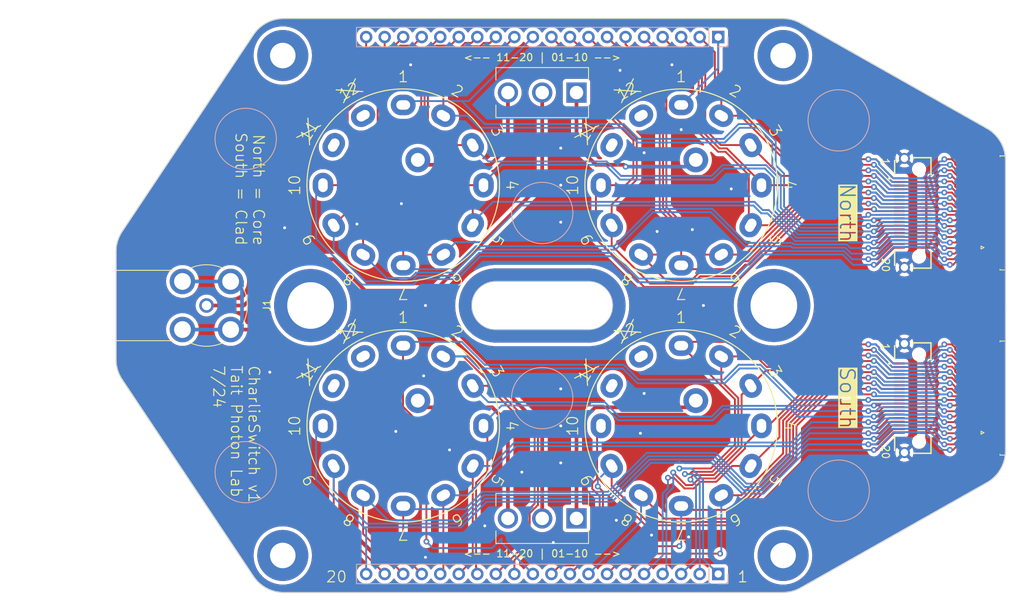
<source format=kicad_pcb>
(kicad_pcb (version 20221018) (generator pcbnew)
  (layers (0 "F.Cu" signal) (31 "B.Cu" signal) (34 "B.Paste" user) (35 "F.Paste" user) (36 "B.SilkS" user "B.Silkscreen") (37 "F.SilkS" user "F.Silkscreen") (38 "B.Mask" user) (39 "F.Mask" user) (44 "Edge.Cuts" user))
  (net 0 "")
  (net 1 "GND")
  (net 2 "/N6")
  (net 3 "/N7")
  (net 4 "/N8")
  (net 5 "/N9")
  (net 6 "/N10")
  (net 7 "/N11")
  (net 8 "/N12")
  (net 9 "/N13")
  (net 10 "/N14")
  (net 11 "/N15")
  (net 12 "/N16")
  (net 13 "/N17")
  (net 14 "/N18")
  (net 15 "/N19")
  (net 16 "Net-(J1-In)")
  (net 17 "Net-(J1-Ext)")
  (net 18 "/N20")
  (net 19 "/S6")
  (net 20 "/S7")
  (net 21 "/S8")
  (net 22 "/S9")
  (net 23 "/S10")
  (net 24 "/S11")
  (net 25 "/S12")
  (net 26 "/S13")
  (net 27 "/S14")
  (net 28 "/S15")
  (net 29 "/S16")
  (net 30 "/S17")
  (net 31 "/S18")
  (net 32 "/S19")
  (net 33 "/S20")
  (net 34 "Net-(SW1-A)")
  (net 35 "Net-(SW1-C)")
  (net 36 "Net-(SW2-A)")
  (net 37 "Net-(SW2-C)")
  (net 38 "/N1")
  (net 39 "/N2")
  (net 40 "/N3")
  (net 41 "/N4")
  (net 42 "/N5")
  (net 47 "/S1")
  (net 48 "/S2")
  (net 49 "/S3")
  (net 50 "/S4")
  (net 51 "/S5")
  (footprint "MountingHole:MountingHole_6.4mm_M6_ISO14580_Pad" (layer "F.Cu") (at -31.75 0)
    (fp_text reference "H2" hide)
    (fp_text value "MountingHole_Pad")
  )
  (footprint "Alex_LSHM:LSHM-120-02.5-L-DV-A-S" (layer "F.Cu") (at 50.8 -12.7 90)
    (fp_text reference "J4" hide)
    (fp_text value "Conn_02x20_Odd_Even_Shielded")
  )
  (footprint "Alex_Connectors:Bumper_SJ5076-oppositeSide" (layer "F.Cu") (at -40.64 -22.86)
    (fp_text reference "H3" hide)
    (fp_text value "Bumper" hide)
  )
  (footprint "MountingHole:MountingHole_3.5mm_Pad" (layer "F.Cu") (at 33.02 34.29)
    (fp_text reference "H12" hide)
    (fp_text value "MountingHole_Pad")
  )
  (footprint "Alex_Connectors:Bumper_SJ5076-oppositeSide" (layer "F.Cu") (at 0 12.7)
    (fp_text reference "H8" hide)
    (fp_text value "Bumper" hide)
  )
  (footprint "MountingHole:MountingHole_3.5mm_Pad" (layer "F.Cu") (at -35.56 34.29)
    (fp_text reference "H11" hide)
    (fp_text value "MountingHole_Pad")
  )
  (footprint "Alex_Connectors:Bumper_SJ5076-oppositeSide" (layer "F.Cu") (at -40.64 22.86)
    (fp_text reference "H4" hide)
    (fp_text value "Bumper" hide)
  )
  (footprint "Alex_LSHM:SP12T_KC52A30.001NPS" (layer "F.Cu") (at -19.05 16.51)
    (fp_text reference "SW6" hide)
    (fp_text value "SW_Rotary_1x12")
  )
  (footprint "Connector_FFC-FPC:TE_2-1734839-0_1x20-1MP_P0.5mm_Horizontal" (layer "F.Cu") (at 60.706 12.7 90)
    (fp_text reference "J3" hide)
    (fp_text value "Conn_01x21")
  )
  (footprint "Alex_LSHM:LSHM-120-02.5-L-DV-A-S" (layer "F.Cu") (at 50.8 12.7 90)
    (fp_text reference "J5" hide)
    (fp_text value "Conn_02x20_Odd_Even_Shielded")
  )
  (footprint "Alex_Connectors:Bumper_SJ5076-oppositeSide" (layer "F.Cu") (at 40.64 25.4)
    (fp_text reference "H6" hide)
    (fp_text value "Bumper" hide)
  )
  (footprint "Alex_LSHM:SP12T_KC52A30.001NPS" (layer "F.Cu") (at 19.05 16.51)
    (fp_text reference "SW5" hide)
    (fp_text value "SW_Rotary_1x12")
  )
  (footprint "Alex_Connectors:BNC_DOSiN-801-0050" (layer "F.Cu") (at -46.009878 0 180)
    (fp_text reference "J1")
    (fp_text value "Conn_Coaxial")
  )
  (footprint "MountingHole:MountingHole_3.5mm_Pad" (layer "F.Cu") (at -35.56 -34.29)
    (fp_text reference "H9" hide)
    (fp_text value "MountingHole_Pad")
  )
  (footprint "Alex_Connectors:Toggle-SPDT-Eswitch-100SPxT1B2M2xE" (layer "F.Cu") (at 0 -29.21 180)
    (fp_text reference "SW1" hide)
    (fp_text value "<-- 11-20 | 01-10 -->")
  )
  (footprint "Alex_LSHM:SP12T_KC52A30.001NPS" (layer "F.Cu") (at -19.05 -16.51)
    (fp_text reference "SW4" hide)
    (fp_text value "SW_Rotary_1x12")
  )
  (footprint "MountingHole:MountingHole_6.4mm_M6_ISO14580_Pad" (layer "F.Cu") (at 31.75 0)
    (fp_text reference "H1" hide)
    (fp_text value "MountingHole_Pad")
  )
  (footprint "Alex_Connectors:Bumper_SJ5076-oppositeSide" (layer "F.Cu") (at 0 -12.7)
    (fp_text reference "H7" hide)
    (fp_text value "Bumper" hide)
  )
  (footprint "Alex_LSHM:SP12T_KC52A30.001NPS" (layer "F.Cu") (at 19.05 -16.51)
    (fp_text reference "SW3" hide)
    (fp_text value "SW_Rotary_1x12")
  )
  (footprint "Alex_Connectors:Toggle-SPDT-Eswitch-100SPxT1B2M2xE" (layer "F.Cu") (at 0 29.21 180)
    (fp_text reference "SW2" hide)
    (fp_text value "<-- 11-20 | 01-10 -->")
  )
  (footprint "Connector_FFC-FPC:TE_2-1734839-0_1x20-1MP_P0.5mm_Horizontal" (layer "F.Cu") (at 60.706 -12.7 90)
    (fp_text reference "J2" hide)
    (fp_text value "Conn_01x21")
  )
  (footprint "MountingHole:MountingHole_3.5mm_Pad" (layer "F.Cu") (at 33.02 -34.29)
    (fp_text reference "H10" hide)
    (fp_text value "MountingHole_Pad")
  )
  (footprint "Alex_Connectors:Bumper_SJ5076-oppositeSide" (layer "F.Cu") (at 40.64 -25.4)
    (fp_text reference "H5" hide)
    (fp_text value "Bumper" hide)
  )
  (footprint "Connector_PinHeader_2.54mm:PinHeader_1x20_P2.54mm_Vertical" (layer "B.Cu") (at 24.125 36.83 90)
    (fp_text reference "J7" hide)
    (fp_text value "Conn_01x20")
  )
  (footprint "Connector_PinHeader_2.54mm:PinHeader_1x20_P2.54mm_Vertical" (layer "B.Cu") (at 24.125 -36.83 90)
    (fp_text reference "J6" hide)
    (fp_text value "Conn_01x20")
  )
  (gr_line (start 6.35 -4.191) (end -6.35 -4.191) (stroke (width 1.778)) (layer "F.Cu"))
  (gr_arc (start -6.35 4.191) (mid -10.541 0) (end -6.35 -4.191) (stroke (width 1.778)) (layer "F.Cu"))
  (gr_arc (start 6.35 -4.191) (mid 10.541 0) (end 6.35 4.191) (stroke (width 1.778)) (layer "F.Cu"))
  (gr_line (start -6.35 4.191) (end 6.35 4.191) (stroke (width 1.778)) (layer "F.Cu"))
  (gr_arc (start 6.35 -4.191) (mid 10.541 0) (end 6.35 4.191) (stroke (width 1.778)) (layer "B.Cu"))
  (gr_line (start -6.35 4.191) (end 6.35 4.191) (stroke (width 1.778)) (layer "B.Cu"))
  (gr_line (start 6.35 -4.191) (end -6.35 -4.191) (stroke (width 1.778)) (layer "B.Cu"))
  (gr_arc (start -6.35 4.191) (mid -10.541 0) (end -6.35 -4.191) (stroke (width 1.778)) (layer "B.Cu"))
  (gr_line (start -32.121882 -25.703823) (end -31.886118 -22.048177) (stroke (width 0.15)) (layer "F.SilkS"))
  (gr_line (start 12.495823 1.914118) (end 10.872177 5.197882) (stroke (width 0.15)) (layer "F.SilkS"))
  (gr_line (start -30.362118 -24.687823) (end -33.645882 -23.064177) (stroke (width 0.15)) (layer "F.SilkS"))
  (gr_line (start 5.978118 -25.703823) (end 6.213882 -22.048177) (stroke (width 0.15)) (layer "F.SilkS"))
  (gr_line (start -24.588177 3.673882) (end -28.243823 3.438118) (stroke (width 0.15)) (layer "F.SilkS"))
  (gr_line (start 13.511823 3.673882) (end 9.856177 3.438118) (stroke (width 0.15)) (layer "F.SilkS"))
  (gr_line (start 5.978118 7.316177) (end 6.213882 10.971823) (stroke (width 0.15)) (layer "F.SilkS"))
  (gr_line (start -24.588177 -29.346118) (end -28.243823 -29.581882) (stroke (width 0.15)) (layer "F.SilkS"))
  (gr_line (start 7.737882 -24.687823) (end 4.454118 -23.064177) (stroke (width 0.15)) (layer "F.SilkS"))
  (gr_line (start 7.737882 8.332177) (end 4.454118 9.955823) (stroke (width 0.15)) (layer "F.SilkS"))
  (gr_line (start 13.511823 -29.346118) (end 9.856177 -29.581882) (stroke (width 0.15)) (layer "F.SilkS"))
  (gr_line (start -32.121882 7.316177) (end -31.886118 10.971823) (stroke (width 0.15)) (layer "F.SilkS"))
  (gr_line (start -30.362118 8.332177) (end -33.645882 9.955823) (stroke (width 0.15)) (layer "F.SilkS"))
  (gr_line (start 12.495823 -31.105882) (end 10.872177 -27.822118) (stroke (width 0.15)) (layer "F.SilkS"))
  (gr_line (start -25.604177 -31.105882) (end -27.227823 -27.822118) (stroke (width 0.15)) (layer "F.SilkS"))
  (gr_line (start -25.604177 1.914118) (end -27.227823 5.197882) (stroke (width 0.15)) (layer "F.SilkS"))
  (gr_line (start -6.35 3.302) (end 6.35 3.302) (stroke (width 0.1)) (layer "Edge.Cuts"))
  (gr_arc (start -58.42 -7.376122) (mid -58.20546 -8.825043) (end -57.580251 -10.149623) (stroke (width 0.15)) (layer "Edge.Cuts"))
  (gr_line (start -58.42 0) (end -58.42 -7.376122) (stroke (width 0.15)) (layer "Edge.Cuts"))
  (gr_arc (start -39.584333 -37.143501) (mid -37.783371 -38.778373) (end -35.424081 -39.37) (stroke (width 0.15)) (layer "Edge.Cuts"))
  (gr_arc (start 32.974735 -39.37) (mid 34.246724 -39.205489) (end 35.435021 -38.722814) (stroke (width 0.15)) (layer "Edge.Cuts"))
  (gr_line (start 60.960286 24.29549) (end 35.435021 38.722814) (stroke (width 0.15)) (layer "Edge.Cuts"))
  (gr_arc (start 63.5 19.942676) (mid 62.818625 22.462437) (end 60.960286 24.29549) (stroke (width 0.15)) (layer "Edge.Cuts"))
  (gr_arc (start 60.960286 -24.29549) (mid 62.818647 -22.462455) (end 63.5 -19.942676) (stroke (width 0.15)) (layer "Edge.Cuts"))
  (gr_arc (start 35.435021 38.722814) (mid 34.246725 39.205494) (end 32.974735 39.37) (stroke (width 0.15)) (layer "Edge.Cuts"))
  (gr_line (start 60.960286 -24.29549) (end 35.435021 -38.722814) (stroke (width 0.15)) (layer "Edge.Cuts"))
  (gr_line (start 63.5 19.942676) (end 63.5 0) (stroke (width 0.15)) (layer "Edge.Cuts"))
  (gr_arc (start 6.35 -3.302) (mid 9.652 0) (end 6.35 3.302) (stroke (width 0.1)) (layer "Edge.Cuts"))
  (gr_line (start -58.42 0) (end -58.42 7.376122) (stroke (width 0.15)) (layer "Edge.Cuts"))
  (gr_arc (start -57.580251 10.149623) (mid -58.20546 8.825043) (end -58.42 7.376122) (stroke (width 0.15)) (layer "Edge.Cuts"))
  (gr_arc (start -6.35 3.302) (mid -9.652 0) (end -6.35 -3.302) (stroke (width 0.1)) (layer "Edge.Cuts"))
  (gr_line (start -35.424081 39.37) (end 32.974735 39.37) (stroke (width 0.15)) (layer "Edge.Cuts"))
  (gr_line (start -35.424081 -39.37) (end 32.974735 -39.37) (stroke (width 0.15)) (layer "Edge.Cuts"))
  (gr_line (start -57.580251 -10.149623) (end -39.584333 -37.143501) (stroke (width 0.15)) (layer "Edge.Cuts"))
  (gr_arc (start -35.424081 39.37) (mid -37.783371 38.778373) (end -39.584333 37.143501) (stroke (width 0.15)) (layer "Edge.Cuts"))
  (gr_line (start -6.35 -3.302) (end 6.35 -3.302) (stroke (width 0.1)) (layer "Edge.Cuts"))
  (gr_line (start -57.580251 10.149623) (end -39.584333 37.143501) (stroke (width 0.15)) (layer "Edge.Cuts"))
  (gr_line (start 63.5 -19.942676) (end 63.5 0) (stroke (width 0.15)) (layer "Edge.Cuts"))
  (gr_text "20" (at 46.482 -6.604 270) (layer "F.SilkS") (effects (font (size 1 1)) (justify left bottom)))
  (gr_text "CharlieSwitch v1\nTait Photon Lab\n7/24" (at -45.212 8.128 270) (layer "F.SilkS") (effects (font (size 1.5 1.5)) (justify left bottom)))
  (gr_text "20" (at 46.482 19.05 270) (layer "F.SilkS") (effects (font (size 1 1)) (justify left bottom)))
  (gr_text "1" (at 46.482 -20.32 -90) (layer "F.SilkS") (effects (font (size 1 1)) (justify left bottom)))
  (gr_text "North = Core\nSouth = Clad" (at -42.164 -8.128 270) (layer "F.SilkS") (effects (font (size 1.5 1.5)) (justify right bottom)))
  (gr_text "20" (at -26.67 38.1) (layer "F.SilkS") (effects (font (size 1.5 1.5)) (justify right bottom)))
  (gr_text "1" (at 26.67 38.1) (layer "F.SilkS") (effects (font (size 1.5 1.5)) (justify left bottom)))
  (gr_text "North" (at 40.64 -12.7 -90) (layer "F.SilkS" knockout) (effects (font (size 2 2) (thickness 0.2)) (justify bottom)))
  (gr_text "South" (at 40.64 12.7 -90) (layer "F.SilkS" knockout) (effects (font (size 2 2) (thickness 0.2)) (justify bottom)))
  (gr_text "1" (at 46.482 5.08 -90) (layer "F.SilkS") (effects (font (size 1 1)) (justify left bottom)))
  (via (at -16.256 9.652) (size 0.8) (drill 0.4) (layers "F.Cu" "B.Cu") (net 1))
  (via (at -2.794 22.86) (size 0.8) (drill 0.4) (layers "F.Cu" "B.Cu") (net 1))
  (via (at 2.54 -11.43) (size 0.8) (drill 0.4) (layers "F.Cu" "B.Cu") (net 1))
  (via (at 10.16 29.464) (size 0.8) (drill 0.4) (layers "F.Cu" "B.Cu") (net 1))
  (via (at 20.574 -10.414) (size 0.8) (drill 0.4) (layers "F.Cu" "B.Cu") (net 1))
  (via (at 13.97 -20.955) (size 0.8) (drill 0.4) (layers "F.Cu" "B.Cu") (net 1))
  (via (at 13.462 17.526) (size 0.8) (drill 0.4) (layers "F.Cu" "B.Cu") (net 1))
  (via (at -16.002 34.544) (size 0.8) (drill 0.4) (layers "F.Cu" "B.Cu") (net 1))
  (via (at 2.54 -21.59) (size 0.8) (drill 0.4) (layers "F.Cu" "B.Cu") (net 1))
  (via (at 13.97 12.065) (size 0.8) (drill 0.4) (layers "F.Cu" "B.Cu") (net 1))
  (via (at -7.874 30.226) (size 0.8) (drill 0.4) (layers "F.Cu" "B.Cu") (net 1))
  (via (at 2.54 11.43) (size 0.8) (drill 0.4) (layers "F.Cu" "B.Cu") (net 1))
  (via (at 14.986 31.496) (size 0.8) (drill 0.4) (layers "F.Cu" "B.Cu") (net 1))
  (via (at -19.304 -13.97) (size 0.8) (drill 0.4) (layers "F.Cu" "B.Cu") (net 1))
  (via (at -37.338 9.144) (size 0.8) (drill 0.4) (layers "F.Cu" "B.Cu") (net 1))
  (via (at 2.54 -16.51) (size 0.8) (drill 0.4) (layers "F.Cu" "B.Cu") (net 1))
  (via (at 15.748 -10.16) (size 0.8) (drill 0.4) (layers "F.Cu" "B.Cu") (net 1))
  (via (at 2.54 16.51) (size 0.8) (drill 0.4) (layers "F.Cu" "B.Cu") (net 1))
  (via (at -20.066 17.272) (size 0.8) (drill 0.4) (layers "F.Cu" "B.Cu") (net 1))
  (via (at -12.7 19.812) (size 0.8) (drill 0.4) (layers "F.Cu" "B.Cu") (net 1))
  (via (at -25.4 -11.176) (size 0.8) (drill 0.4) (layers "F.Cu" "B.Cu") (net 1))
  (via (at 17.78 -33.02) (size 0.8) (drill 0.4) (layers "F.Cu" "B.Cu") (net 1))
  (via (at 25.908 -16.002) (size 0.8) (drill 0.4) (layers "F.Cu" "B.Cu") (net 1))
  (via (at 10.668 -32.258) (size 0.8) (drill 0.4) (layers "F.Cu" "B.Cu") (net 1))
  (via (at 1.524 32.512) (size 0.8) (drill 0.4) (layers "F.Cu" "B.Cu") (net 1))
  (via (at -18.034 -33.02) (size 0.8) (drill 0.4) (layers "F.Cu" "B.Cu") (net 1))
  (via (at 19.05 -24.13) (size 0.8) (drill 0.4) (layers "F.Cu" "B.Cu") (net 1))
  (via (at 2.54 21.59) (size 0.8) (drill 0.4) (layers "F.Cu" "B.Cu") (net 1))
  (via (at -35.306 -10.668) (size 0.8) (drill 0.4) (layers "F.Cu" "B.Cu") (net 1))
  (via (at -16.002 0) (size 0.8) (drill 0.4) (layers "F.Cu" "B.Cu") (net 1))
  (via (at 22.098 0) (size 0.8) (drill 0.4) (layers "F.Cu" "B.Cu") (net 1))
  (via (at 20.066 31.75) (size 0.8) (drill 0.4) (layers "F.Cu" "B.Cu") (net 1))
  (segment (start 11.425 -35.819) (end 17.0198 -30.2242) (width 0.254) (layer "F.Cu") (net 2))
  (segment (start 20.702279 -6.983721) (end 24.55 -6.983721) (width 0.254) (layer "F.Cu") (net 2))
  (segment (start 40.815914 -16.8656) (end 37.647288 -16.8656) (width 0.254) (layer "F.Cu") (net 2))
  (segment (start 17.0198 -30.2242) (end 17.0198 -13.483356) (width 0.254) (layer "F.Cu") (net 2))
  (segment (start 18.4404 -9.2456) (end 20.702279 -6.983721) (width 0.254) (layer "F.Cu") (net 2))
  (segment (start 46.927237 -14.95) (end 45.621237 -16.256) (width 0.254) (layer "F.Cu") (net 2))
  (segment (start 59.364 -14.95) (end 57.341237 -14.95) (width 0.254) (layer "F.Cu") (net 2))
  (segment (start 57.341237 -14.95) (end 56.035237 -16.256) (width 0.254) (layer "F.Cu") (net 2))
  (segment (start 56.035237 -16.256) (end 55.88 -16.256) (width 0.254) (layer "F.Cu") (net 2))
  (segment (start 18.4404 -12.062756) (end 18.4404 -9.2456) (width 0.254) (layer "F.Cu") (net 2))
  (segment (start 27.765409 -6.983721) (end 24.55 -6.983721) (width 0.254) (layer "F.Cu") (net 2))
  (segment (start 17.0198 -13.483356) (end 18.4404 -12.062756) (width 0.254) (layer "F.Cu") (net 2))
  (segment (start 48.95 -14.95) (end 46.927237 -14.95) (width 0.254) (layer "F.Cu") (net 2))
  (segment (start 45.621237 -16.256) (end 45.466 -16.256) (width 0.254) (layer "F.Cu") (net 2))
  (segment (start 41.425514 -16.256) (end 40.815914 -16.8656) (width 0.254) (layer "F.Cu") (net 2))
  (segment (start 11.425 -36.83) (end 11.425 -35.819) (width 0.254) (layer "F.Cu") (net 2))
  (segment (start 45.466 -16.256) (end 41.425514 -16.256) (width 0.254) (layer "F.Cu") (net 2))
  (segment (start 37.647288 -16.8656) (end 27.765409 -6.983721) (width 0.254) (layer "F.Cu") (net 2))
  (via (at 45.466 -16.256) (size 0.8) (drill 0.4) (layers "F.Cu" "B.Cu") (net 2))
  (via (at 55.88 -16.256) (size 0.8) (drill 0.4) (layers "F.Cu" "B.Cu") (net 2))
  (segment (start 54.200763 -16.256) (end 55.88 -16.256) (width 0.254) (layer "B.Cu") (net 2))
  (segment (start 46.927237 -14.95) (end 45.621237 -16.256) (width 0.254) (layer "B.Cu") (net 2))
  (segment (start 48.95 -14.95) (end 52.894763 -14.95) (width 0.254) (layer "B.Cu") (net 2))
  (segment (start 45.621237 -16.256) (end 45.466 -16.256) (width 0.254) (layer "B.Cu") (net 2))
  (segment (start 52.894763 -14.95) (end 54.200763 -16.256) (width 0.254) (layer "B.Cu") (net 2))
  (segment (start 48.95 -14.95) (end 46.927237 -14.95) (width 0.254) (layer "B.Cu") (net 2))
  (segment (start 46.1962 -15.034459) (end 46.1962 -15.0178) (width 0.254) (layer "F.Cu") (net 3))
  (segment (start 10.4598 -35.2552) (end 11.238379 -35.255199) (width 0.254) (layer "F.Cu") (net 3))
  (segment (start 45.736659 -15.494) (end 46.1962 -15.034459) (width 0.254) (layer "F.Cu") (net 3))
  (segment (start 55.118 -15.494) (end 56.150659 -15.494) (width 0.254) (layer "F.Cu") (net 3))
  (segment (start 56.6102 -15.0178) (end 57.178 -14.45) (width 0.254) (layer "F.Cu") (net 3))
  (segment (start 16.5626 -29.930978) (end 16.5626 -13.293978) (width 0.254) (layer "F.Cu") (net 3))
  (segment (start 27.446788 -6.526522) (end 25.902834 -4.982568) (width 0.254) (layer "F.Cu") (net 3))
  (segment (start 25.902834 -4.982568) (end 19.577432 -4.982568) (width 0.254) (layer "F.Cu") (net 3))
  (segment (start 56.6102 -15.034459) (end 56.6102 -15.0178) (width 0.254) (layer "F.Cu") (net 3))
  (segment (start 19.577432 -4.982568) (end 19.05 -5.51) (width 0.254) (layer "F.Cu") (net 3))
  (segment (start 19.05 -7.63382) (end 19.05 -5.51) (width 0.254) (layer "F.Cu") (net 3))
  (segment (start 28.001099 -6.526521) (end 27.446788 -6.526522) (width 0.254) (layer "F.Cu") (net 3))
  (segment (start 8.885 -36.83) (end 10.4598 -35.2552) (width 0.254) (layer "F.Cu") (net 3))
  (segment (start 11.238379 -35.255199) (end 16.5626 -29.930978) (width 0.254) (layer "F.Cu") (net 3))
  (segment (start 41.540936 -15.494) (end 40.626536 -16.4084) (width 0.254) (layer "F.Cu") (net 3))
  (segment (start 56.150659 -15.494) (end 56.6102 -15.034459) (width 0.254) (layer "F.Cu") (net 3))
  (segment (start 46.764 -14.45) (end 48.95 -14.45) (width 0.254) (layer "F.Cu") (net 3))
  (segment (start 16.5626 -13.293978) (end 17.9832 -11.873378) (width 0.254) (layer "F.Cu") (net 3))
  (segment (start 44.704 -15.494) (end 41.540936 -15.494) (width 0.254) (layer "F.Cu") (net 3))
  (segment (start 37.836672 -16.4084) (end 29.65716 -8.228888) (width 0.254) (layer "F.Cu") (net 3))
  (segment (start 46.1962 -15.0178) (end 46.764 -14.45) (width 0.254) (layer "F.Cu") (net 3))
  (segment (start 29.65716 -8.228888) (end 29.657161 -8.182583) (width 0.254) (layer "F.Cu") (net 3))
  (segment (start 40.626536 -16.4084) (end 37.836672 -16.4084) (width 0.254) (layer "F.Cu") (net 3))
  (segment (start 17.9832 -11.873378) (end 17.983199 -8.700621) (width 0.254) (layer "F.Cu") (net 3))
  (segment (start 17.983199 -8.700621) (end 19.05 -7.63382) (width 0.254) (layer "F.Cu") (net 3))
  (segment (start 57.178 -14.45) (end 59.364 -14.45) (width 0.254) (layer "F.Cu") (net 3))
  (segment (start 29.657161 -8.182583) (end 28.001099 -6.526521) (width 0.254) (layer "F.Cu") (net 3))
  (segment (start 44.704 -15.494) (end 45.736659 -15.494) (width 0.254) (layer "F.Cu") (net 3))
  (via (at 55.118 -15.494) (size 0.8) (drill 0.4) (layers "F.Cu" "B.Cu") (net 3))
  (via (at 44.704 -15.494) (size 0.8) (drill 0.4) (layers "F.Cu" "B.Cu") (net 3))
  (segment (start 53.6258 -15.034459) (end 53.6258 -15.0178) (width 0.254) (layer "B.Cu") (net 3))
  (segment (start 44.704 -15.494) (end 45.736659 -15.494) (width 0.254) (layer "B.Cu") (net 3))
  (segment (start 53.058 -14.45) (end 48.95 -14.45) (width 0.254) (layer "B.Cu") (net 3))
  (segment (start 53.6258 -15.0178) (end 53.058 -14.45) (width 0.254) (layer "B.Cu") (net 3))
  (segment (start 46.1962 -15.034459) (end 46.1962 -15.0178) (width 0.254) (layer "B.Cu") (net 3))
  (segment (start 54.085341 -15.494) (end 53.6258 -15.034459) (width 0.254) (layer "B.Cu") (net 3))
  (segment (start 46.1962 -15.0178) (end 46.764 -14.45) (width 0.254) (layer "B.Cu") (net 3))
  (segment (start 55.118 -15.494) (end 54.085341 -15.494) (width 0.254) (layer "B.Cu") (net 3))
  (segment (start 45.736659 -15.494) (end 46.1962 -15.034459) (width 0.254) (layer "B.Cu") (net 3))
  (segment (start 46.764 -14.45) (end 48.95 -14.45) (width 0.254) (layer "B.Cu") (net 3))
  (segment (start 16.1054 -22.224556) (end 16.1054 -29.7416) (width 0.254) (layer "F.Cu") (net 4))
  (segment (start 7.869 -35.306) (end 6.345 -36.83) (width 0.254) (layer "F.Cu") (net 4))
  (segment (start 16.103601 -22.222757) (end 16.1054 -22.224556) (width 0.254) (layer "F.Cu") (net 4))
  (segment (start 20.449244 -3.4544) (end 21.465244 -4.4704) (width 0.254) (layer "F.Cu") (net 4))
  (segment (start 29.846543 -7.725387) (end 29.846549 -7.725387) (width 0.254) (layer "F.Cu") (net 4))
  (segment (start 15.873721 -6.983721) (end 17.526 -8.636) (width 0.254) (layer "F.Cu") (net 4))
  (segment (start 45.72 -14.732) (end 46.502 -13.95) (width 0.254) (layer "F.Cu") (net 4))
  (segment (start 13.55 -6.983721) (end 15.873721 -6.983721) (width 0.254) (layer "F.Cu") (net 4))
  (segment (start 26.037244 -4.4704) (end 27.636166 -6.069322) (width 0.254) (layer "F.Cu") (net 4))
  (segment (start 13.55 -6.873913) (end 16.969513 -3.4544) (width 0.254) (layer "F.Cu") (net 4))
  (segment (start 45.466 -14.732) (end 45.72 -14.732) (width 0.254) (layer "F.Cu") (net 4))
  (segment (start 56.916 -13.95) (end 59.364 -13.95) (width 0.254) (layer "F.Cu") (net 4))
  (segment (start 40.437158 -15.9512) (end 41.656358 -14.732) (width 0.254) (layer "F.Cu") (net 4))
  (segment (start 16.103601 -13.106399) (end 16.103601 -22.222757) (width 0.254) (layer "F.Cu") (net 4))
  (segment (start 55.88 -14.732) (end 56.134 -14.732) (width 0.254) (layer "F.Cu") (net 4))
  (segment (start 9.762422 -35.306) (end 7.869 -35.306) (width 0.254) (layer "F.Cu") (net 4))
  (segment (start 28.190478 -6.069322) (end 29.846543 -7.725387) (width 0.254) (layer "F.Cu") (net 4))
  (segment (start 10.270421 -34.798001) (end 9.762422 -35.306) (width 0.254) (layer "F.Cu") (net 4))
  (segment (start 38.072362 -15.9512) (end 40.437158 -15.9512) (width 0.254) (layer "F.Cu") (net 4))
  (segment (start 41.656358 -14.732) (end 45.466 -14.732) (width 0.254) (layer "F.Cu") (net 4))
  (segment (start 16.969513 -3.4544) (end 20.449244 -3.4544) (width 0.254) (layer "F.Cu") (net 4))
  (segment (start 46.502 -13.95) (end 48.95 -13.95) (width 0.254) (layer "F.Cu") (net 4))
  (segment (start 11.049001 -34.797999) (end 10.270421 -34.798001) (width 0.254) (layer "F.Cu") (net 4))
  (segment (start 56.134 -14.732) (end 56.916 -13.95) (width 0.254) (layer "F.Cu") (net 4))
  (segment (start 21.465244 -4.4704) (end 26.037244 -4.4704) (width 0.254) (layer "F.Cu") (net 4))
  (segment (start 17.526 -11.684) (end 16.103601 -13.106399) (width 0.254) (layer "F.Cu") (net 4))
  (segment (start 16.1054 -29.7416) (end 11.049001 -34.797999) (width 0.254) (layer "F.Cu") (net 4))
  (segment (start 27.636166 -6.069322) (end 28.190478 -6.069322) (width 0.254) (layer "F.Cu") (net 4))
  (segment (start 13.55 -6.983721) (end 13.55 -6.873913) (width 0.254) (layer "F.Cu") (net 4))
  (segment (start 17.526 -8.636) (end 17.526 -11.684) (width 0.254) (layer "F.Cu") (net 4))
  (segment (start 29.846549 -7.725387) (end 38.072362 -15.9512) (width 0.254) (layer "F.Cu") (net 4))
  (via (at 55.88 -14.732) (size 0.8) (drill 0.4) (layers "F.Cu" "B.Cu") (net 4))
  (via (at 45.466 -14.732) (size 0.8) (drill 0.4) (layers "F.Cu" "B.Cu") (net 4))
  (segment (start 45.466 -14.732) (end 45.72 -14.732) (width 0.254) (layer "B.Cu") (net 4))
  (segment (start 53.32 -13.95) (end 48.95 -13.95) (width 0.254) (layer "B.Cu") (net 4))
  (segment (start 54.102 -14.732) (end 53.32 -13.95) (width 0.254) (layer "B.Cu") (net 4))
  (segment (start 55.88 -14.732) (end 54.102 -14.732) (width 0.254) (layer "B.Cu") (net 4))
  (segment (start 45.72 -14.732) (end 46.502 -13.95) (width 0.254) (layer "B.Cu") (net 4))
  (segment (start 46.502 -13.95) (end 48.95 -13.95) (width 0.254) (layer "B.Cu") (net 4))
  (segment (start 27.825528 -5.612106) (end 26.226622 -4.0132) (width 0.254) (layer "F.Cu") (net 5))
  (segment (start 45.736659 -13.97) (end 46.256659 -13.45) (width 0.254) (layer "F.Cu") (net 5))
  (segment (start 38.26174 -15.494) (end 30.035927 -7.268187) (width 0.254) (layer "F.Cu") (net 5))
  (segment (start 9.398 -26.416) (end 9.398 -31.237) (width 0.254) (layer "F.Cu") (net 5))
  (segment (start 44.704 -13.97) (end 41.77178 -13.97) (width 0.254) (layer "F.Cu") (net 5))
  (segment (start 14.7828 -2.9972) (end 9.523721 -8.256279) (width 0.254) (layer "F.Cu") (net 5))
  (segment (start 27.871861 -5.612121) (end 27.871846 -5.612106) (width 0.254) (layer "F.Cu") (net 5))
  (segment (start 12.954 -17.272) (end 12.954 -22.86) (width 0.254) (layer "F.Cu") (net 5))
  (segment (start 9.523721 -11.01) (end 9.523721 -13.841721) (width 0.254) (layer "F.Cu") (net 5))
  (segment (start 27.871846 -5.612106) (end 27.825528 -5.612106) (width 0.254) (layer "F.Cu") (net 5))
  (segment (start 56.670659 -13.45) (end 59.364 -13.45) (width 0.254) (layer "F.Cu") (net 5))
  (segment (start 20.638622 -2.9972) (end 14.7828 -2.9972) (width 0.254) (layer "F.Cu") (net 5))
  (segment (start 9.398 -31.237) (end 3.805 -36.83) (width 0.254) (layer "F.Cu") (net 5))
  (segment (start 41.77178 -13.97) (end 40.24778 -15.494) (width 0.254) (layer "F.Cu") (net 5))
  (segment (start 12.954 -22.86) (end 9.398 -26.416) (width 0.254) (layer "F.Cu") (net 5))
  (segment (start 40.24778 -15.494) (end 38.26174 -15.494) (width 0.254) (layer "F.Cu") (net 5))
  (segment (start 55.118 -13.97) (end 56.150659 -13.97) (width 0.254) (layer "F.Cu") (net 5))
  (segment (start 30.035921 -7.268187) (end 28.379856 -5.612122) (width 0.254) (layer "F.Cu") (net 5))
  (segment (start 30.035927 -7.268187) (end 30.035921 -7.268187) (width 0.254) (layer "F.Cu") (net 5))
  (segment (start 56.150659 -13.97) (end 56.670659 -13.45) (width 0.254) (layer "F.Cu") (net 5))
  (segment (start 28.379856 -5.612122) (end 27.871861 -5.612121) (width 0.254) (layer "F.Cu") (net 5))
  (segment (start 26.226622 -4.0132) (end 21.654622 -4.0132) (width 0.254) (layer "F.Cu") (net 5))
  (segment (start 9.523721 -13.841721) (end 12.954 -17.272) (width 0.254) (layer "F.Cu") (net 5))
  (segment (start 46.256659 -13.45) (end 48.95 -13.45) (width 0.254) (layer "F.Cu") (net 5))
  (segment (start 9.523721 -8.256279) (end 9.523721 -11.01) (width 0.254) (layer "F.Cu") (net 5))
  (segment (start 44.704 -13.97) (end 45.736659 -13.97) (width 0.254) (layer "F.Cu") (net 5))
  (segment (start 21.654622 -4.0132) (end 20.638622 -2.9972) (width 0.254) (layer "F.Cu") (net 5))
  (via (at 55.118 -13.97) (size 0.8) (drill 0.4) (layers "F.Cu" "B.Cu") (net 5))
  (via (at 44.704 -13.97) (size 0.8) (drill 0.4) (layers "F.Cu" "B.Cu") (net 5))
  (segment (start 53.565341 -13.45) (end 48.95 -13.45) (width 0.254) (layer "B.Cu") (net 5))
  (segment (start 46.256659 -13.45) (end 48.95 -13.45) (width 0.254) (layer "B.Cu") (net 5))
  (segment (start 45.736659 -13.97) (end 46.256659 -13.45) (width 0.254) (layer "B.Cu") (net 5))
  (segment (start 44.704 -13.97) (end 45.736659 -13.97) (width 0.254) (layer "B.Cu") (net 5))
  (segment (start 55.118 -13.97) (end 54.085341 -13.97) (width 0.254) (layer "B.Cu") (net 5))
  (segment (start 54.085341 -13.97) (end 53.565341 -13.45) (width 0.254) (layer "B.Cu") (net 5))
  (segment (start 55.88 -13.208) (end 56.138 -12.95) (width 0.254) (layer "F.Cu") (net 6))
  (segment (start 45.724 -12.95) (end 48.95 -12.95) (width 0.254) (layer "F.Cu") (net 6))
  (segment (start 4.572 -35.306) (end 8.940801 -30.937199) (width 0.254) (layer "F.Cu") (net 6))
  (segment (start 45.466 -13.208) (end 45.724 -12.95) (width 0.254) (layer "F.Cu") (net 6))
  (segment (start 30.22531 -6.810992) (end 30.225316 -6.810992) (width 0.254) (layer "F.Cu") (net 6))
  (segment (start 11.43 -16.51) (end 8.05 -16.51) (width 0.254) (layer "F.Cu") (net 6))
  (segment (start 38.451124 -15.0368) (end 40.058402 -15.0368) (width 0.254) (layer "F.Cu") (net 6))
  (segment (start 7.366 -15.826) (end 7.366 -9.144) (width 0.254) (layer "F.Cu") (net 6))
  (segment (start 7.366 -9.144) (end 13.97 -2.54) (width 0.254) (layer "F.Cu") (net 6))
  (segment (start 8.940801 -30.937199) (end 8.940801 -26.226621) (width 0.254) (layer "F.Cu") (net 6))
  (segment (start 12.4968 -17.5768) (end 11.43 -16.51) (width 0.254) (layer "F.Cu") (net 6))
  (segment (start 8.940801 -26.226621) (end 12.4968 -22.670622) (width 0.254) (layer "F.Cu") (net 6))
  (segment (start 25.954312 -2.54) (end 30.2253 -6.810988) (width 0.254) (layer "F.Cu") (net 6))
  (segment (start 56.138 -12.95) (end 59.364 -12.95) (width 0.254) (layer "F.Cu") (net 6))
  (segment (start 41.887202 -13.208) (end 45.466 -13.208) (width 0.254) (layer "F.Cu") (net 6))
  (segment (start 12.4968 -22.670622) (end 12.4968 -17.5768) (width 0.254) (layer "F.Cu") (net 6))
  (segment (start 1.265 -36.83) (end 2.789 -35.306) (width 0.254) (layer "F.Cu") (net 6))
  (segment (start 2.789 -35.306) (end 4.572 -35.306) (width 0.254) (layer "F.Cu") (net 6))
  (segment (start 8.05 -16.51) (end 7.366 -15.826) (width 0.254) (layer "F.Cu") (net 6))
  (segment (start 30.225316 -6.810992) (end 38.451124 -15.0368) (width 0.254) (layer "F.Cu") (net 6))
  (segment (start 30.2253 -6.810988) (end 30.225306 -6.810988) (width 0.254) (layer "F.Cu") (net 6))
  (segment (start 30.225306 -6.810988) (end 30.22531 -6.810992) (width 0.254) (layer "F.Cu") (net 6))
  (segment (start 40.058402 -15.0368) (end 41.887202 -13.208) (width 0.254) (layer "F.Cu") (net 6))
  (segment (start 13.97 -2.54) (end 25.954312 -2.54) (width 0.254) (layer "F.Cu") (net 6))
  (via (at 55.88 -13.208) (size 0.8) (drill 0.4) (layers "F.Cu" "B.Cu") (net 6))
  (via (at 45.466 -13.208) (size 0.8) (drill 0.4) (layers "F.Cu" "B.Cu") (net 6))
  (segment (start 53.711919 -12.95) (end 48.95 -12.95) (width 0.254) (layer "B.Cu") (net 6))
  (segment (start 55.88 -13.208) (end 53.969919 -13.208) (width 0.254) (layer "B.Cu") (net 6))
  (segment (start 53.969919 -13.208) (end 53.711919 -12.95) (width 0.254) (layer "B.Cu") (net 6))
  (segment (start 45.466 -13.208) (end 45.724 -12.95) (width 0.254) (layer "B.Cu") (net 6))
  (segment (start 45.724 -12.95) (end 48.95 -12.95) (width 0.254) (layer "B.Cu") (net 6))
  (segment (start 56.658659 -12.446) (end 56.670659 -12.458) (width 0.254) (layer "F.Cu") (net 7))
  (segment (start 56.670659 -12.458) (end 59.364 -12.458) (width 0.254) (layer "F.Cu") (net 7))
  (segment (start 44.7 -12.45) (end 44.704 -12.446) (width 0.254) (layer "F.Cu") (net 7))
  (segment (start 44.704 -12.446) (end 46.244659 -12.446) (width 0.254) (layer "F.Cu") (net 7))
  (segment (start 46.244659 -12.446) (end 46.256659 -12.458) (width 0.254) (layer "F.Cu") (net 7))
  (segment (start 55.118 -12.446) (end 56.658659 -12.446) (width 0.254) (layer "F.Cu") (net 7))
  (segment (start 46.256659 -12.458) (end 48.95 -12.458) (width 0.254) (layer "F.Cu") (net 7))
  (via (at 55.118 -12.446) (size 0.8) (drill 0.4) (layers "F.Cu" "B.Cu") (net 7))
  (via (at 44.704 -12.446) (size 0.8) (drill 0.4) (layers "F.Cu" "B.Cu") (net 7))
  (segment (start 44.704 -12.446) (end 55.118 -12.446) (width 0.254) (layer "B.Cu") (net 7))
  (segment (start 33.151799 -18.094807) (end 33.151799 -13.584201) (width 0.254) (layer "B.Cu") (net 7))
  (segment (start -7.874 -24.892) (end 11.176 -24.892) (width 0.254) (layer "B.Cu") (net 7))
  (segment (start 41.489957 -12.1412) (end 44.3992 -12.1412) (width 0.254) (layer "B.Cu") (net 7))
  (segment (start 44.3992 -12.1412) (end 44.704 -12.446) (width 0.254) (layer "B.Cu") (net 7))
  (segment (start 24.892 -22.86) (end 26.924 -24.892) (width 0.254) (layer "B.Cu") (net 7))
  (segment (start -18.516987 -28.043013) (end -11.025013 -28.043013) (width 0.254) (layer "B.Cu") (net 7))
  (segment (start -10.061987 -28.043013) (end -11.025013 -28.043013) (width 0.254) (layer "B.Cu") (net 7))
  (segment (start 33.151799 -13.584201) (end 35.6108 -11.1252) (width 0.254) (layer "B.Cu") (net 7))
  (segment (start -1.275 -36.83) (end -10.061987 -28.043013) (width 0.254) (layer "B.Cu") (net 7))
  (segment (start 11.176 -24.892) (end 13.208 -22.86) (width 0.254) (layer "B.Cu") (net 7))
  (segment (start 13.208 -22.86) (end 24.892 -22.86) (width 0.254) (layer "B.Cu") (net 7))
  (segment (start -19.05 -27.51) (end -18.516987 -28.043013) (width 0.254) (layer "B.Cu") (net 7))
  (segment (start 40.473957 -11.1252) (end 41.489957 -12.1412) (width 0.254) (layer "B.Cu") (net 7))
  (segment (start 32.004 -19.242606) (end 33.151799 -18.094807) (width 0.254) (layer "B.Cu") (net 7))
  (segment (start 32.004 -22.606) (end 32.004 -19.242606) (width 0.254) (layer "B.Cu") (net 7))
  (segment (start -11.025013 -28.043013) (end -7.874 -24.892) (width 0.254) (layer "B.Cu") (net 7))
  (segment (start 26.924 -24.892) (end 29.718 -24.892) (width 0.254) (layer "B.Cu") (net 7))
  (segment (start 35.6108 -11.1252) (end 40.473957 -11.1252) (width 0.254) (layer "B.Cu") (net 7))
  (segment (start 29.718 -24.892) (end 32.004 -22.606) (width 0.254) (layer "B.Cu") (net 7))
  (segment (start -8.306567 -35.1028) (end -10.199989 -35.1028) (width 0.254) (layer "F.Cu") (net 8))
  (segment (start -11.024589 -34.2782) (end -12.4578 -34.2782) (width 0.254) (layer "F.Cu") (net 8))
  (segment (start 56.916 -11.958) (end 59.364 -11.958) (width 0.254) (layer "F.Cu") (net 8))
  (segment (start -3.815 -36.83) (end -5.085 -35.56) (width 0.254) (layer "F.Cu") (net 8))
  (segment (start 55.88 -11.684) (end 56.642 -11.684) (width 0.254) (layer "F.Cu") (net 8))
  (segment (start 46.502 -11.958) (end 48.95 -11.958) (width 0.254) (layer "F.Cu") (net 8))
  (segment (start 46.228 -11.684) (end 46.502 -11.958) (width 0.254) (layer "F.Cu") (net 8))
  (segment (start -10.199989 -35.1028) (end -11.024589 -34.2782) (width 0.254) (layer "F.Cu") (net 8))
  (segment (start 45.466 -11.684) (end 46.228 -11.684) (width 0.254) (layer "F.Cu") (net 8))
  (segment (start -5.085 -35.56) (end -7.849367 -35.56) (width 0.254) (layer "F.Cu") (net 8))
  (segment (start -7.849367 -35.56) (end -8.306567 -35.1028) (width 0.254) (layer "F.Cu") (net 8))
  (segment (start -12.4578 -34.2782) (end -13.55 -33.186) (width 0.254) (layer "F.Cu") (net 8))
  (segment (start -13.55 -33.186) (end -13.55 -26.036279) (width 0.254) (layer "F.Cu") (net 8))
  (segment (start 56.642 -11.684) (end 56.916 -11.958) (width 0.254) (layer "F.Cu") (net 8))
  (via (at 55.88 -11.684) (size 0.8) (drill 0.4) (layers "F.Cu" "B.Cu") (net 8))
  (via (at 45.466 -11.684) (size 0.8) (drill 0.4) (layers "F.Cu" "B.Cu") (net 8))
  (segment (start 11.037422 -24.384) (end -8.636 -24.384) (width 0.254) (layer "B.Cu") (net 8))
  (segment (start 32.694599 -17.905429) (end 31.5468 -19.053228) (width 0.254) (layer "B.Cu") (net 8))
  (segment (start 32.694599 -13.394823) (end 32.694599 -17.905429) (width 0.254) (layer "B.Cu") (net 8))
  (segment (start 40.663335 -10.668) (end 35.421422 -10.668) (width 0.254) (layer "B.Cu") (net 8))
  (segment (start 54.593341 -11.938) (end 54.847341 -11.684) (width 0.254) (layer "B.Cu") (net 8))
  (segment (start 54.847341 -11.684) (end 55.88 -11.684) (width 0.254) (layer "B.Cu") (net 8))
  (segment (start 31.5468 -22.416622) (end 29.579422 -24.384) (width 0.254) (layer "B.Cu") (net 8))
  (segment (start -10.288279 -26.036279) (end -13.55 -26.036279) (width 0.254) (layer "B.Cu") (net 8))
  (segment (start 29.579422 -24.384) (end 27.062578 -24.384) (width 0.254) (layer "B.Cu") (net 8))
  (segment (start 13.069422 -22.352) (end 11.037422 -24.384) (width 0.254) (layer "B.Cu") (net 8))
  (segment (start 45.466 -11.684) (end 41.679335 -11.684) (width 0.254) (layer "B.Cu") (net 8))
  (segment (start 45.72 -11.938) (end 54.593341 -11.938) (width 0.254) (layer "B.Cu") (net 8))
  (segment (start 45.466 -11.684) (end 45.72 -11.938) (width 0.254) (layer "B.Cu") (net 8))
  (segment (start -8.636 -24.384) (end -10.288279 -26.036279) (width 0.254) (layer "B.Cu") (net 8))
  (segment (start 35.421422 -10.668) (end 32.694599 -13.394823) (width 0.254) (layer "B.Cu") (net 8))
  (segment (start 41.679335 -11.684) (end 40.663335 -10.668) (width 0.254) (layer "B.Cu") (net 8))
  (segment (start 31.5468 -19.053228) (end 31.5468 -22.416622) (width 0.254) (layer "B.Cu") (net 8))
  (segment (start 27.062578 -24.384) (end 25.030578 -22.352) (width 0.254) (layer "B.Cu") (net 8))
  (segment (start 25.030578 -22.352) (end 13.069422 -22.352) (width 0.254) (layer "B.Cu") (net 8))
  (segment (start 44.7358 -10.8902) (end 46.1962 -10.8902) (width 0.254) (layer "F.Cu") (net 9))
  (segment (start -6.355 -36.83) (end -7.1678 -36.0172) (width 0.254) (layer "F.Cu") (net 9))
  (segment (start -11.213967 -34.7354) (end -14.129866 -34.7354) (width 0.254) (layer "F.Cu") (net 9))
  (segment (start 57.178 -11.458) (end 59.364 -11.458) (width 0.254) (layer "F.Cu") (net 9))
  (segment (start 46.1962 -10.8902) (end 46.764 -11.458) (width 0.254) (layer "F.Cu") (net 9))
  (segment (start 46.764 -11.458) (end 48.95 -11.458) (width 0.254) (layer "F.Cu") (net 9))
  (segment (start 56.6102 -10.8902) (end 57.178 -11.458) (width 0.254) (layer "F.Cu") (net 9))
  (segment (start -10.389367 -35.56) (end -11.213967 -34.7354) (width 0.254) (layer "F.Cu") (net 9))
  (segment (start -8.495945 -35.56) (end -10.389367 -35.56) (width 0.254) (layer "F.Cu") (net 9))
  (segment (start -7.1678 -36.0172) (end -8.038746 -36.017199) (width 0.254) (layer "F.Cu") (net 9))
  (segment (start -14.129866 -34.7354) (end -15.666542 -33.198724) (width 0.254) (layer "F.Cu") (net 9))
  (segment (start 44.704 -10.922) (end 44.7358 -10.8902) (width 0.254) (layer "F.Cu") (net 9))
  (segment (start -15.666542 -33.198724) (end -15.666542 -23.794542) (width 0.254) (layer "F.Cu") (net 9))
  (segment (start -8.038746 -36.017199) (end -8.495945 -35.56) (width 0.254) (layer "F.Cu") (net 9))
  (segment (start -15.666542 -23.794542) (end -13.882 -22.01) (width 0.254) (layer "F.Cu") (net 9))
  (segment (start 55.1498 -10.8902) (end 56.6102 -10.8902) (width 0.254) (layer "F.Cu") (net 9))
  (segment (start -13.882 -22.01) (end -9.523721 -22.01) (width 0.254) (layer "F.Cu") (net 9))
  (segment (start 55.118 -10.922) (end 55.1498 -10.8902) (width 0.254) (layer "F.Cu") (net 9))
  (via (at 44.704 -10.922) (size 0.8) (drill 0.4) (layers "F.Cu" "B.Cu") (net 9))
  (via (at 55.118 -10.922) (size 0.8) (drill 0.4) (layers "F.Cu" "B.Cu") (net 9))
  (segment (start 44.704 -10.922) (end 45.736659 -10.922) (width 0.254) (layer "B.Cu") (net 9))
  (segment (start 32.2374 -17.71605) (end 32.2374 -13.205444) (width 0.254) (layer "B.Cu") (net 9))
  (segment (start -9.523721 -21.900192) (end -7.384729 -19.7612) (width 0.254) (layer "B.Cu") (net 9))
  (segment (start 46.244659 -11.43) (end 54.454763 -11.43) (width 0.254) (layer "B.Cu") (net 9))
  (segment (start 40.852714 -10.210801) (end 41.563913 -10.922) (width 0.254) (layer "B.Cu") (net 9))
  (segment (start 54.962763 -10.922) (end 55.118 -10.922) (width 0.254) (layer "B.Cu") (net 9))
  (segment (start 8.825378 -19.7612) (end 10.806578 -17.78) (width 0.254) (layer "B.Cu") (net 9))
  (segment (start 45.736659 -10.922) (end 46.244659 -11.43) (width 0.254) (layer "B.Cu") (net 9))
  (segment (start 30.700259 -19.253191) (end 32.2374 -17.71605) (width 0.254) (layer "B.Cu") (net 9))
  (segment (start 10.806578 -17.78) (end 23.229422 -17.78) (width 0.254) (layer "B.Cu") (net 9))
  (segment (start -9.523721 -22.01) (end -9.523721 -21.900192) (width 0.254) (layer "B.Cu") (net 9))
  (segment (start 41.563913 -10.922) (end 44.704 -10.922) (width 0.254) (layer "B.Cu") (net 9))
  (segment (start 35.232044 -10.2108) (end 40.852714 -10.210801) (width 0.254) (layer "B.Cu") (net 9))
  (segment (start 24.702622 -19.2532) (end 30.700259 -19.253191) (width 0.254) (layer "B.Cu") (net 9))
  (segment (start 23.229422 -17.78) (end 24.702622 -19.2532) (width 0.254) (layer "B.Cu") (net 9))
  (segment (start 32.2374 -13.205444) (end 35.232044 -10.2108) (width 0.254) (layer "B.Cu") (net 9))
  (segment (start -7.384729 -19.7612) (end 8.825378 -19.7612) (width 0.254) (layer "B.Cu") (net 9))
  (segment (start 54.454763 -11.43) (end 54.962763 -10.922) (width 0.254) (layer "B.Cu") (net 9))
  (segment (start -8.895 -36.83) (end -9.7078 -36.0172) (width 0.254) (layer "F.Cu") (net 10))
  (segment (start -19.8628 -22.0472) (end -19.8628 -18.0848) (width 0.254) (layer "F.Cu") (net 10))
  (segment (start -18.288 -16.51) (end -8.05 -16.51) (width 0.254) (layer "F.Cu") (net 10))
  (segment (start -14.319244 -35.1926) (end -16.123741 -33.388103) (width 0.254) (layer "F.Cu") (net 10))
  (segment (start -10.578746 -36.017199) (end -11.403345 -35.1926) (width 0.254) (layer "F.Cu") (net 10))
  (segment (start -9.7078 -36.0172) (end -10.578746 -36.017199) (width 0.254) (layer "F.Cu") (net 10))
  (segment (start -16.123741 -25.786259) (end -19.8628 -22.0472) (width 0.254) (layer "F.Cu") (net 10))
  (segment (start 56.543237 -10.16) (end 57.341237 -10.958) (width 0.254) (layer "F.Cu") (net 10))
  (segment (start -16.123741 -33.388103) (end -16.123741 -25.786259) (width 0.254) (layer "F.Cu") (net 10))
  (segment (start -19.8628 -18.0848) (end -18.288 -16.51) (width 0.254) (layer "F.Cu") (net 10))
  (segment (start 46.927237 -10.958) (end 48.95 -10.958) (width 0.254) (layer "F.Cu") (net 10))
  (segment (start -11.403345 -35.1926) (end -14.319244 -35.1926) (width 0.254) (layer "F.Cu") (net 10))
  (segment (start 45.466 -10.16) (end 46.129237 -10.16) (width 0.254) (layer "F.Cu") (net 10))
  (segment (start 46.129237 -10.16) (end 46.927237 -10.958) (width 0.254) (layer "F.Cu") (net 10))
  (segment (start 57.341237 -10.958) (end 59.364 -10.958) (width 0.254) (layer "F.Cu") (net 10))
  (segment (start 55.88 -10.16) (end 56.543237 -10.16) (width 0.254) (layer "F.Cu") (net 10))
  (via (at 45.466 -10.16) (size 0.8) (drill 0.4) (layers "F.Cu" "B.Cu") (net 10))
  (via (at 55.88 -10.16) (size 0.8) (drill 0.4) (layers "F.Cu" "B.Cu") (net 10))
  (segment (start 31.7802 -13.016066) (end 31.7802 -17.526672) (width 0.254) (layer "B.Cu") (net 10))
  (segment (start 24.892 -18.796) (end 23.368 -17.272) (width 0.254) (layer "B.Cu") (net 10))
  (segment (start 30.51088 -18.795992) (end 24.892 -18.796) (width 0.254) (layer "B.Cu") (net 10))
  (segment (start 41.448491 -10.16) (end 41.042092 -9.753601) (width 0.254) (layer "B.Cu") (net 10))
  (segment (start 35.042665 -9.753601) (end 31.7802 -13.016066) (width 0.254) (layer "B.Cu") (net 10))
  (segment (start 46.383237 -10.922) (end 54.085341 -10.922) (width 0.254) (layer "B.Cu") (net 10))
  (segment (start 54.085341 -10.922) (end 54.847341 -10.16) (width 0.254) (layer "B.Cu") (net 10))
  (segment (start 10.668 -17.272) (end 8.636002 -19.303998) (width 0.254) (layer "B.Cu") (net 10))
  (segment (start 45.466 -10.16) (end 41.448491 -10.16) (width 0.254) (layer "B.Cu") (net 10))
  (segment (start 45.926038 -10.464801) (end 46.383237 -10.922) (width 0.254) (layer "B.Cu") (net 10))
  (segment (start 54.847341 -10.16) (end 55.88 -10.16) (width 0.254) (layer "B.Cu") (net 10))
  (segment (start -5.556002 -19.303998) (end -8.05 -16.81) (width 0.254) (layer "B.Cu") (net 10))
  (segment (start -8.05 -16.81) (end -8.05 -16.51) (width 0.254) (layer "B.Cu") (net 10))
  (segment (start 45.7708 -10.4648) (end 45.926038 -10.464801) (width 0.254) (layer "B.Cu") (net 10))
  (segment (start 8.636002 -19.303998) (end -5.556002 -19.303998) (width 0.254) (layer "B.Cu") (net 10))
  (segment (start 41.042092 -9.753601) (end 35.042665 -9.753601) (width 0.254) (layer "B.Cu") (net 10))
  (segment (start 31.7802 -17.526672) (end 30.51088 -18.795992) (width 0.254) (layer "B.Cu") (net 10))
  (segment (start 23.368 -17.272) (end 10.668 -17.272) (width 0.254) (layer "B.Cu") (net 10))
  (segment (start 45.466 -10.16) (end 45.7708 -10.4648) (width 0.254) (layer "B.Cu") (net 10))
  (segment (start 44.704 -9.398) (end 46.013815 -9.398) (width 0.254) (layer "F.Cu") (net 11))
  (segment (start -16.580941 -25.975637) (end -20.32 -22.236578) (width 0.254) (layer "F.Cu") (net 11))
  (segment (start -14.508622 -35.6498) (end -16.580941 -33.577481) (width 0.254) (layer "F.Cu") (net 11))
  (segment (start -9.523721 -13.587721) (end -9.523721 -11.01) (width 0.254) (layer "F.Cu") (net 11))
  (segment (start -16.580941 -33.577481) (end -16.580941 -25.975637) (width 0.254) (layer "F.Cu") (net 11))
  (segment (start 55.118 -9.398) (end 56.427815 -9.398) (width 0.254) (layer "F.Cu") (net 11))
  (segment (start -20.32 -22.236578) (end -20.32 -17.78) (width 0.254) (layer "F.Cu") (net 11))
  (segment (start -11.435 -36.83) (end -12.6152 -35.6498) (width 0.254) (layer "F.Cu") (net 11))
  (segment (start -12.6152 -35.6498) (end -14.508622 -35.6498) (width 0.254) (layer "F.Cu") (net 11))
  (segment (start -20.32 -17.78) (end -18.5928 -16.0528) (width 0.254) (layer "F.Cu") (net 11))
  (segment (start -18.5928 -16.0528) (end -11.9888 -16.0528) (width 0.254) (layer "F.Cu") (net 11))
  (segment (start 47.073815 -10.458) (end 48.95 -10.458) (width 0.254) (layer "F.Cu") (net 11))
  (segment (start 56.427815 -9.398) (end 57.487815 -10.458) (width 0.254) (layer "F.Cu") (net 11))
  (segment (start 57.487815 -10.458) (end 59.364 -10.458) (width 0.254) (layer "F.Cu") (net 11))
  (segment (start -11.9888 -16.0528) (end -9.523721 -13.587721) (width 0.254) (layer "F.Cu") (net 11))
  (segment (start 46.013815 -9.398) (end 47.073815 -10.458) (width 0.254) (layer "F.Cu") (net 11))
  (via (at 44.704 -9.398) (size 0.8) (drill 0.4) (layers "F.Cu" "B.Cu") (net 11))
  (via (at 55.118 -9.398) (size 0.8) (drill 0.4) (layers "F.Cu" "B.Cu") (net 11))
  (segment (start 31.055179 -13.094509) (end 30.224069 -13.094509) (width 0.254) (layer "B.Cu") (net 11))
  (segment (start 30.224069 -13.094509) (end 29.094578 -14.224) (width 0.254) (layer "B.Cu") (net 11))
  (segment (start 54.962763 -9.398) (end 55.118 -9.398) (width 0.254) (layer "B.Cu") (net 11))
  (segment (start 45.736659 -9.398) (end 46.752659 -10.414) (width 0.254) (layer "B.Cu") (net 11))
  (segment (start -6.719529 -14.224) (end -9.523721 -11.419808) (width 0.254) (layer "B.Cu") (net 11))
  (segment (start 34.853286 -9.296402) (end 31.055179 -13.094509) (width 0.254) (layer "B.Cu") (net 11))
  (segment (start 46.752659 -10.414) (end 53.946763 -10.414) (width 0.254) (layer "B.Cu") (net 11))
  (segment (start 29.094578 -14.224) (end -6.719529 -14.224) (width 0.254) (layer "B.Cu") (net 11))
  (segment (start -9.523721 -11.419808) (end -9.523721 -11.01) (width 0.254) (layer "B.Cu") (net 11))
  (segment (start 44.704 -9.398) (end 45.736659 -9.398) (width 0.254) (layer "B.Cu") (net 11))
  (segment (start 41.23147 -9.296401) (end 34.853286 -9.296402) (width 0.254) (layer "B.Cu") (net 11))
  (segment (start 53.946763 -10.414) (end 54.962763 -9.398) (width 0.254) (layer "B.Cu") (net 11))
  (segment (start 44.704 -9.398) (end 41.333069 -9.398) (width 0.254) (layer "B.Cu") (net 11))
  (segment (start 41.333069 -9.398) (end 41.23147 -9.296401) (width 0.254) (layer "B.Cu") (net 11))
  (segment (start 46.228 -8.636) (end 47.55 -9.958) (width 0.254) (layer "F.Cu") (net 12))
  (segment (start -21.6408 -11.7348) (end -16.889721 -6.983721) (width 0.254) (layer "F.Cu") (net 12))
  (segment (start 55.88 -8.636) (end 56.642 -8.636) (width 0.254) (layer "F.Cu") (net 12))
  (segment (start 56.642 -8.636) (end 57.964 -9.958) (width 0.254) (layer "F.Cu") (net 12))
  (segment (start -19.278822 -35.1926) (end -20.223402 -34.24802) (width 0.254) (layer "F.Cu") (net 12))
  (segment (start 47.55 -9.958) (end 48.95 -9.958) (width 0.254) (layer "F.Cu") (net 12))
  (segment (start -20.223403 -33.970863) (end -21.6408 -32.553466) (width 0.254) (layer "F.Cu") (net 12))
  (segment (start -13.975 -36.83) (end -15.6124 -35.1926) (width 0.254) (layer "F.Cu") (net 12))
  (segment (start 45.466 -8.636) (end 46.228 -8.636) (width 0.254) (layer "F.Cu") (net 12))
  (segment (start -15.6124 -35.1926) (end -19.278822 -35.1926) (width 0.254) (layer "F.Cu") (net 12))
  (segment (start 57.964 -9.958) (end 59.364 -9.958) (width 0.254) (layer "F.Cu") (net 12))
  (segment (start -21.6408 -32.553466) (end -21.6408 -11.7348) (width 0.254) (layer "F.Cu") (net 12))
  (segment (start -16.889721 -6.983721) (end -13.55 -6.983721) (width 0.254) (layer "F.Cu") (net 12))
  (segment (start -20.223402 -34.24802) (end -20.223403 -33.970863) (width 0.254) (layer "F.Cu") (net 12))
  (via (at 55.88 -8.636) (size 0.8) (drill 0.4) (layers "F.Cu" "B.Cu") (net 12))
  (via (at 45.466 -8.636) (size 0.8) (drill 0.4) (layers "F.Cu" "B.Cu") (net 12))
  (segment (start -13.55 -6.983721) (end -11.846922 -8.686799) (width 0.254) (layer "B.Cu") (net 12))
  (segment (start 28.956 -13.716) (end 30.034691 -12.637309) (width 0.254) (layer "B.Cu") (net 12))
  (segment (start 45.466 -8.636) (end 45.7708 -8.9408) (width 0.254) (layer "B.Cu") (net 12))
  (segment (start 42.141023 -8.636) (end 45.466 -8.636) (width 0.254) (layer "B.Cu") (net 12))
  (segment (start 30.865801 -12.637309) (end 34.663908 -8.839202) (width 0.254) (layer "B.Cu") (net 12))
  (segment (start 45.7708 -8.9408) (end 45.926038 -8.940801) (width 0.254) (layer "B.Cu") (net 12))
  (segment (start 41.937821 -8.839202) (end 42.141023 -8.636) (width 0.254) (layer "B.Cu") (net 12))
  (segment (start -7.869513 -8.686799) (end -2.840312 -13.716) (width 0.254) (layer "B.Cu") (net 12))
  (segment (start 53.577341 -9.906) (end 54.847341 -8.636) (width 0.254) (layer "B.Cu") (net 12))
  (segment (start -11.846922 -8.686799) (end -7.869513 -8.686799) (width 0.254) (layer "B.Cu") (net 12))
  (segment (start 34.663908 -8.839202) (end 41.937821 -8.839202) (width 0.254) (layer "B.Cu") (net 12))
  (segment (start 30.034691 -12.637309) (end 30.865801 -12.637309) (width 0.254) (layer "B.Cu") (net 12))
  (segment (start 46.891237 -9.906) (end 53.577341 -9.906) (width 0.254) (layer "B.Cu") (net 12))
  (segment (start -2.840312 -13.716) (end 28.956 -13.716) (width 0.254) (layer "B.Cu") (net 12))
  (segment (start 54.847341 -8.636) (end 55.88 -8.636) (width 0.254) (layer "B.Cu") (net 12))
  (segment (start 45.926038 -8.940801) (end 46.891237 -9.906) (width 0.254) (layer "B.Cu") (net 12))
  (segment (start -22.098 -32.742844) (end -22.098 -11.43) (width 0.254) (layer "F.Cu") (net 13))
  (segment (start -22.098 -11.43) (end -19.05 -8.382) (width 0.254) (layer "F.Cu") (net 13))
  (segment (start 44.704 -7.874) (end 46.244659 -7.874) (width 0.254) (layer "F.Cu") (net 13))
  (segment (start -20.680602 -34.160242) (end -22.098 -32.742844) (width 0.254) (layer "F.Cu") (net 13))
  (segment (start -19.05 -8.382) (end -19.05 -5.51) (width 0.254) (layer "F.Cu") (net 13))
  (segment (start -19.4682 -35.6498) (end -20.680601 -34.437399) (width 0.254) (layer "F.Cu") (net 13))
  (segment (start 58.242659 -9.458) (end 59.364 -9.458) (width 0.254) (layer "F.Cu") (net 13))
  (segment (start 56.658659 -7.874) (end 58.242659 -9.458) (width 0.254) (layer "F.Cu") (net 13))
  (segment (start 55.118 -7.874) (end 56.658659 -7.874) (width 0.254) (layer "F.Cu") (net 13))
  (segment (start 46.244659 -7.874) (end 47.828659 -9.458) (width 0.254) (layer "F.Cu") (net 13))
  (segment (start -20.680601 -34.437399) (end -20.680602 -34.160242) (width 0.254) (layer "F.Cu") (net 13))
  (segment (start -16.515 -36.83) (end -17.6952 -35.6498) (width 0.254) (layer "F.Cu") (net 13))
  (segment (start -17.6952 -35.6498) (end -19.4682 -35.6498) (width 0.254) (layer "F.Cu") (net 13))
  (segment (start 47.828659 -9.458) (end 48.95 -9.458) (width 0.254) (layer "F.Cu") (net 13))
  (via (at 55.118 -7.874) (size 0.8) (drill 0.4) (layers "F.Cu" "B.Cu") (net 13))
  (via (at 44.704 -7.874) (size 0.8) (drill 0.4) (layers "F.Cu" "B.Cu") (net 13))
  (segment (start -19.05 -5.51) (end -18.516987 -4.976987) (width 0.254) (layer "B.Cu") (net 13))
  (segment (start 45.736659 -7.874) (end 47.260659 -9.398) (width 0.254) (layer "B.Cu") (net 13))
  (segment (start -9.097867 -8.128) (end 9.864534 -8.128) (width 0.254) (layer "B.Cu") (net 13))
  (segment (start 54.962763 -7.874) (end 55.118 -7.874) (width 0.254) (layer "B.Cu") (net 13))
  (segment (start 27.990799 -8.585201) (end 34.271331 -8.585201) (width 0.254) (layer "B.Cu") (net 13))
  (segment (start 34.271331 -8.585201) (end 34.47453 -8.382002) (width 0.254) (layer "B.Cu") (net 13))
  (segment (start -18.516987 -4.976987) (end -12.24888 -4.976987) (width 0.254) (layer "B.Cu") (net 13))
  (segment (start 9.864534 -8.128) (end 14.995334 -13.2588) (width 0.254) (layer "B.Cu") (net 13))
  (segment (start 44.704 -7.874) (end 45.736659 -7.874) (width 0.254) (layer "B.Cu") (net 13))
  (segment (start 14.995334 -13.2588) (end 23.3172 -13.2588) (width 0.254) (layer "B.Cu") (net 13))
  (segment (start -12.24888 -4.976987) (end -9.097867 -8.128) (width 0.254) (layer "B.Cu") (net 13))
  (segment (start 42.256445 -7.874) (end 44.704 -7.874) (width 0.254) (layer "B.Cu") (net 13))
  (segment (start 34.47453 -8.382002) (end 41.748443 -8.382002) (width 0.254) (layer "B.Cu") (net 13))
  (segment (start 53.438763 -9.398) (end 54.962763 -7.874) (width 0.254) (layer "B.Cu") (net 13))
  (segment (start 47.260659 -9.398) (end 53.438763 -9.398) (width 0.254) (layer "B.Cu") (net 13))
  (segment (start 41.748443 -8.382002) (end 42.256445 -7.874) (width 0.254) (layer "B.Cu") (net 13))
  (segment (start 23.3172 -13.2588) (end 27.990799 -8.585201) (width 0.254) (layer "B.Cu") (net 13))
  (segment (start 55.88 -7.112) (end 56.543237 -7.112) (width 0.254) (layer "F.Cu") (net 14))
  (segment (start -22.5552 -32.932222) (end -22.5552 -11.43) (width 0.254) (layer "F.Cu") (net 14))
  (segment (start -19.055 -36.83) (end -21.137801 -34.747199) (width 0.254) (layer "F.Cu") (net 14))
  (segment (start -22.5552 -11.43) (end -24.55 -9.4352) (width 0.254) (layer "F.Cu") (net 14))
  (segment (start 45.466 -7.112) (end 46.129237 -7.112) (width 0.254) (layer "F.Cu") (net 14))
  (segment (start 46.129237 -7.112) (end 47.975237 -8.958) (width 0.254) (layer "F.Cu") (net 14))
  (segment (start -24.55 -9.4352) (end -24.55 -6.983721) (width 0.254) (layer "F.Cu") (net 14))
  (segment (start -21.137801 -34.349621) (end -22.5552 -32.932222) (width 0.254) (layer "F.Cu") (net 14))
  (segment (start 58.389237 -8.958) (end 59.364 -8.958) (width 0.254) (layer "F.Cu") (net 14))
  (segment (start 56.543237 -7.112) (end 58.389237 -8.958) (width 0.254) (layer "F.Cu") (net 14))
  (segment (start -21.137801 -34.747199) (end -21.137801 -34.349621) (width 0.254) (layer "F.Cu") (net 14))
  (segment (start 47.975237 -8.958) (end 48.95 -8.958) (width 0.254) (layer "F.Cu") (net 14))
  (via (at 55.88 -7.112) (size 0.8) (drill 0.4) (layers "F.Cu" "B.Cu") (net 14))
  (via (at 45.466 -7.112) (size 0.8) (drill 0.4) (layers "F.Cu" "B.Cu") (net 14))
  (segment (start 54.3878 -7.571541) (end 54.847341 -7.112) (width 0.254) (layer "B.Cu") (net 14))
  (segment (start -24.55 -6.983721) (end -21.346079 -3.7798) (width 0.254) (layer "B.Cu") (net 14))
  (segment (start 10.053913 -7.670801) (end 15.184712 -12.8016) (width 0.254) (layer "B.Cu") (net 14))
  (segment (start -12.001791 -4.519787) (end -8.850778 -7.6708) (width 0.254) (layer "B.Cu") (net 14))
  (segment (start 53.0352 -8.9408) (end 54.3878 -7.5882) (width 0.254) (layer "B.Cu") (net 14))
  (segment (start 47.5488 -8.9408) (end 53.0352 -8.9408) (width 0.254) (layer "B.Cu") (net 14))
  (segment (start 34.285152 -7.924802) (end 41.559064 -7.924803) (width 0.254) (layer "B.Cu") (net 14))
  (segment (start -8.850778 -7.6708) (end 10.053913 -7.670801) (width 0.254) (layer "B.Cu") (net 14))
  (segment (start -18.033328 -3.7798) (end -17.293341 -4.519787) (width 0.254) (layer "B.Cu") (net 14))
  (segment (start 15.184712 -12.8016) (end 23.127822 -12.8016) (width 0.254) (layer "B.Cu") (net 14))
  (segment (start 54.847341 -7.112) (end 55.88 -7.112) (width 0.254) (layer "B.Cu") (net 14))
  (segment (start -21.346079 -3.7798) (end -18.033328 -3.7798) (width 0.254) (layer "B.Cu") (net 14))
  (segment (start 45.466 -7.112) (end 45.72 -7.112) (width 0.254) (layer "B.Cu") (net 14))
  (segment (start 54.3878 -7.5882) (end 54.3878 -7.571541) (width 0.254) (layer "B.Cu") (net 14))
  (segment (start 42.371867 -7.112) (end 45.466 -7.112) (width 0.254) (layer "B.Cu") (net 14))
  (segment (start 45.72 -7.112) (end 47.5488 -8.9408) (width 0.254) (layer "B.Cu") (net 14))
  (segment (start 27.801421 -8.128001) (end 34.081953 -8.128001) (width 0.254) (layer "B.Cu") (net 14))
  (segment (start -17.293341 -4.519787) (end -12.001791 -4.519787) (width 0.254) (layer "B.Cu") (net 14))
  (segment (start 34.081953 -8.128001) (end 34.285152 -7.924802) (width 0.254) (layer "B.Cu") (net 14))
  (segment (start 23.127822 -12.8016) (end 27.801421 -8.128001) (width 0.254) (layer "B.Cu") (net 14))
  (segment (start 41.559064 -7.924803) (end 42.371867 -7.112) (width 0.254) (layer "B.Cu") (net 14))
  (segment (start -21.595 -34.539) (end -23.0124 -33.1216) (width 0.254) (layer "F.Cu") (net 15))
  (segment (start -25.7048 -13.881479) (end -28.576279 -11.01) (width 0.254) (layer "F.Cu") (net 15))
  (segment (start -21.595 -36.83) (end -21.595 -34.539) (width 0.254) (layer "F.Cu") (net 15))
  (segment (start -23.0124 -30.309504) (end -26.666542 -26.655362) (width 0.254) (layer "F.Cu") (net 15))
  (segment (start 44.704 -6.35) (end 46.013815 -6.35) (width 0.254) (layer "F.Cu") (net 15))
  (segment (start 56.427815 -6.35) (end 58.535815 -8.458) (width 0.254) (layer "F.Cu") (net 15))
  (segment (start 58.535815 -8.458) (end 59.364 -8.458) (width 0.254) (layer "F.Cu") (net 15))
  (segment (start -25.7048 -23.9268) (end -25.7048 -13.881479) (width 0.254) (layer "F.Cu") (net 15))
  (segment (start -26.666542 -24.888542) (end -25.7048 -23.9268) (width 0.254) (layer "F.Cu") (net 15))
  (segment (start 48.121815 -8.458) (end 48.95 -8.458) (width 0.254) (layer "F.Cu") (net 15))
  (segment (start 55.118 -6.35) (end 56.427815 -6.35) (width 0.254) (layer "F.Cu") (net 15))
  (segment (start 46.013815 -6.35) (end 48.121815 -8.458) (width 0.254) (layer "F.Cu") (net 15))
  (segment (start -23.0124 -33.1216) (end -23.0124 -30.309504) (width 0.254) (layer "F.Cu") (net 15))
  (segment (start -26.666542 -26.655362) (end -26.666542 -24.888542) (width 0.254) (layer "F.Cu") (net 15))
  (via (at 44.704 -6.35) (size 0.8) (drill 0.4) (layers "F.Cu" "B.Cu") (net 15))
  (via (at 55.118 -6.35) (size 0.8) (drill 0.4) (layers "F.Cu" "B.Cu") (net 15))
  (segment (start 9.688979 -7.213599) (end 13.209356 -3.693222) (width 0.254) (layer "B.Cu") (net 15))
  (segment (start 54.864 -6.35) (end 55.118 -6.35) (width 0.254) (layer "B.Cu") (net 15))
  (segment (start -11.812412 -4.062588) (end -8.6614 -7.2136) (width 0.254) (layer "B.Cu") (net 15))
  (segment (start 41.369686 -7.467603) (end 42.487289 -6.35) (width 0.254) (layer "B.Cu") (net 15))
  (segment (start 52.7304 -8.4836) (end 54.864 -6.35) (width 0.254) (layer "B.Cu") (net 15))
  (segment (start -17.103963 -4.062587) (end -11.812412 -4.062588) (width 0.254) (layer "B.Cu") (net 15))
  (segment (start 46.1962 -6.8262) (end 47.8536 -8.4836) (width 0.254) (layer "B.Cu") (net 15))
  (segment (start 26.253089 -3.693222) (end 30.02747 -7.467603) (width 0.254) (layer "B.Cu") (net 15))
  (segment (start 47.8536 -8.4836) (end 52.7304 -8.4836) (width 0.254) (layer "B.Cu") (net 15))
  (segment (start 45.736659 -6.35) (end 46.1962 -6.809541) (width 0.254) (layer "B.Cu") (net 15))
  (segment (start -8.6614 -7.2136) (end 9.688979 -7.213599) (width 0.254) (layer "B.Cu") (net 15))
  (segment (start 13.209356 -3.693222) (end 26.253089 -3.693222) (width 0.254) (layer "B.Cu") (net 15))
  (segment (start -28.576279 -7.609701) (end -24.289178 -3.3226) (width 0.254) (layer "B.Cu") (net 15))
  (segment (start 42.487289 -6.35) (end 44.704 -6.35) (width 0.254) (layer "B.Cu") (net 15))
  (segment (start 44.704 -6.35) (end 45.736659 -6.35) (width 0.254) (layer "B.Cu") (net 15))
  (segment (start -24.289178 -3.3226) (end -17.843949 -3.322601) (width 0.254) (layer "B.Cu") (net 15))
  (segment (start 30.02747 -7.467603) (end 41.369686 -7.467603) (width 0.254) (layer "B.Cu") (net 15))
  (segment (start -17.843949 -3.322601) (end -17.103963 -4.062587) (width 0.254) (layer "B.Cu") (net 15))
  (segment (start -28.576279 -11.01) (end -28.576279 -7.609701) (width 0.254) (layer "B.Cu") (net 15))
  (segment (start 46.1962 -6.809541) (end 46.1962 -6.8262) (width 0.254) (layer "B.Cu") (net 15))
  (segment (start -28.575 -6.35) (end -34.544 -6.35) (width 0.508) (layer "F.Cu") (net 16))
  (segment (start -24.257 -2.032) (end -28.575 -6.35) (width 0.508) (layer "F.Cu") (net 16))
  (segment (start -34.544 -6.35) (end -40.894 0) (width 0.508) (layer "F.Cu") (net 16))
  (segment (start -14.732 -2.032) (end -24.257 -2.032) (width 0.508) (layer "F.Cu") (net 16))
  (segment (start 0 -29.21) (end 0 -16.764) (width 0.508) (layer "F.Cu") (net 16))
  (segment (start 0 -16.764) (end -14.732 -2.032) (width 0.508) (layer "F.Cu") (net 16))
  (segment (start -40.894 0) (end -46.009878 0) (width 0.508) (layer "F.Cu") (net 16))
  (segment (start 0 16.764) (end 0 29.21) (width 0.508) (layer "F.Cu") (net 17))
  (segment (start -37.6575 3.3) (end -34.6075 6.35) (width 0.508) (layer "F.Cu") (net 17))
  (segment (start -14.732 2.032) (end 0 16.764) (width 0.508) (layer "F.Cu") (net 17))
  (segment (start -24.892 2.032) (end -14.732 2.032) (width 0.508) (layer "F.Cu") (net 17))
  (segment (start -34.6075 6.35) (end -29.21 6.35) (width 0.508) (layer "F.Cu") (net 17))
  (segment (start -29.21 6.35) (end -24.892 2.032) (width 0.508) (layer "F.Cu") (net 17))
  (segment (start -42.709878 3.3) (end -37.6575 3.3) (width 0.508) (layer "F.Cu") (net 17))
  (segment (start -41.15 3.3) (end -47.75 3.3) (width 0.508) (layer "B.Cu") (net 17))
  (segment (start -47.75 -3.3) (end -41.15 -3.3) (width 0.508) (layer "B.Cu") (net 17))
  (segment (start -41.15 -3.3) (end -41.15 3.3) (width 0.508) (layer "B.Cu") (net 17))
  (segment (start 45.898393 -5.588) (end 45.466 -5.588) (width 0.254) (layer "F.Cu") (net 18))
  (segment (start -24.135 -33.787) (end -23.4696 -33.1216) (width 0.254) (layer "F.Cu") (net 18))
  (segment (start 48.942 -7.95) (end 48.260393 -7.95) (width 0.254) (layer "F.Cu") (net 18))
  (segment (start 58.674393 -7.95) (end 56.312393 -5.588) (width 0.254) (layer "F.Cu") (net 18))
  (segment (start 56.312393 -5.588) (end 55.88 -5.588) (width 0.254) (layer "F.Cu") (net 18))
  (segment (start -26.924 -16.51) (end -30.05 -16.51) (width 0.254) (layer "F.Cu") (net 18))
  (segment (start -24.135 -36.83) (end -24.135 -33.787) (width 0.254) (layer "F.Cu") (net 18))
  (segment (start -27.123742 -26.84474) (end -27.123741 -24.699163) (width 0.254) (layer "F.Cu") (net 18))
  (segment (start -27.123741 -24.699163) (end -26.162 -23.737422) (width 0.254) (layer "F.Cu") (net 18))
  (segment (start 48.260393 -7.95) (end 45.898393 -5.588) (width 0.254) (layer "F.Cu") (net 18))
  (segment (start -26.162 -17.272) (end -26.924 -16.51) (width 0.254) (layer "F.Cu") (net 18))
  (segment (start -23.4696 -33.1216) (end -23.4696 -30.498882) (width 0.254) (layer "F.Cu") (net 18))
  (segment (start -26.162 -23.737422) (end -26.162 -17.272) (width 0.254) (layer "F.Cu") (net 18))
  (segment (start -23.4696 -30.498882) (end -27.123742 -26.84474) (width 0.254) (layer "F.Cu") (net 18))
  (segment (start 59.356 -7.95) (end 58.674393 -7.95) (width 0.254) (layer "F.Cu") (net 18))
  (via (at 55.88 -5.588) (size 0.8) (drill 0.4) (layers "F.Cu" "B.Cu") (net 18))
  (via (at 45.466 -5.588) (size 0.8) (drill 0.4) (layers "F.Cu" "B.Cu") (net 18))
  (segment (start 52.356311 -8.0264) (end 54.33517 -6.047541) (width 0.254) (layer "B.Cu") (net 18))
  (segment (start 54.33517 -6.047541) (end 54.3878 -6.047541) (width 0.254) (layer "B.Cu") (net 18))
  (segment (start -17.654571 -2.865401) (end -24.7094 -2.8654) (width 0.254) (layer "B.Cu") (net 18))
  (segment (start -11.623034 -3.605388) (end -16.914585 -3.605387) (width 0.254) (layer "B.Cu") (net 18))
  (segment (start 45.466 -5.588) (end 45.72 -5.588) (width 0.254) (layer "B.Cu") (net 18))
  (segment (start -16.914585 -3.605387) (end -17.654571 -2.865401) (width 0.254) (layer "B.Cu") (net 18))
  (segment (start 54.847341 -5.588) (end 55.88 -5.588) (width 0.254) (layer "B.Cu") (net 18))
  (segment (start 45.72 -5.588) (end 48.1584 -8.0264) (width 0.254) (layer "B.Cu") (net 18))
  (segment (start -8.472022 -6.7564) (end -11.623034 -3.605388) (width 0.254) (layer "B.Cu") (net 18))
  (segment (start 45.466 -5.588) (end 42.602711 -5.588) (width 0.254) (layer "B.Cu") (net 18))
  (segment (start 13.063461 -3.192539) (end 9.499601 -6.756399) (width 0.254) (layer "B.Cu") (net 18))
  (segment (start -30.988 -9.144) (end -30.988 -15.572) (width 0.254) (layer "B.Cu") (net 18))
  (segment (start -30.988 -15.572) (end -30.05 -16.51) (width 0.254) (layer "B.Cu") (net 18))
  (segment (start 9.499601 -6.756399) (end -8.472022 -6.7564) (width 0.254) (layer "B.Cu") (net 18))
  (segment (start 41.180308 -7.010403) (end 30.216848 -7.010403) (width 0.254) (layer "B.Cu") (net 18))
  (segment (start 54.3878 -6.047541) (end 54.847341 -5.588) (width 0.254) (layer "B.Cu") (net 18))
  (segment (start 42.602711 -5.588) (end 41.180308 -7.010403) (width 0.254) (layer "B.Cu") (net 18))
  (segment (start 48.1584 -8.0264) (end 52.356311 -8.0264) (width 0.254) (layer "B.Cu") (net 18))
  (segment (start 26.398984 -3.192539) (end 13.063461 -3.192539) (width 0.254) (layer "B.Cu") (net 18))
  (segment (start 30.216848 -7.010403) (end 26.398984 -3.192539) (width 0.254) (layer "B.Cu") (net 18))
  (segment (start -24.7094 -2.8654) (end -30.988 -9.144) (width 0.254) (layer "B.Cu") (net 18))
  (segment (start 48.95 10.45) (end 46.927237 10.45) (width 0.254) (layer "F.Cu") (net 19))
  (segment (start 14.224 34.036) (end 11.43 36.83) (width 0.254) (layer "F.Cu") (net 19))
  (segment (start 46.927237 10.45) (end 45.621237 9.144) (width 0.254) (layer "F.Cu") (net 19))
  (segment (start 27.285625 26.036279) (end 33.02 20.301904) (width 0.254) (layer "F.Cu") (net 19))
  (segment (start 59.364 10.45) (end 57.341237 10.45) (width 0.254) (layer "F.Cu") (net 19))
  (segment (start 33.02 20.301904) (end 33.02 15.771156) (width 0.254) (layer "F.Cu") (net 19))
  (segment (start 39.647156 9.144) (end 45.466 9.144) (width 0.254) (layer "F.Cu") (net 19))
  (segment (start 56.035237 9.144) (end 55.88 9.144) (width 0.254) (layer "F.Cu") (net 19))
  (segment (start 24.384 34.036) (end 14.224 34.036) (width 0.254) (layer "F.Cu") (net 19))
  (segment (start 33.02 15.771156) (end 39.647156 9.144) (width 0.254) (layer "F.Cu") (net 19))
  (segment (start 45.621237 9.144) (end 45.466 9.144) (width 0.254) (layer "F.Cu") (net 19))
  (segment (start 24.55 26.036279) (end 27.285625 26.036279) (width 0.254) (layer "F.Cu") (net 19))
  (segment (start 57.341237 10.45) (end 56.035237 9.144) (width 0.254) (layer "F.Cu") (net 19))
  (via (at 24.384 34.036) (size 0.8) (drill 0.4) (layers "F.Cu" "B.Cu") (net 19))
  (via (at 45.466 9.144) (size 0.8) (drill 0.4) (layers "F.Cu" "B.Cu") (net 19))
  (via (at 55.88 9.144) (size 0.8) (drill 0.4) (layers "F.Cu" "B.Cu") (net 19))
  (segment (start 48.95 10.45) (end 46.927237 10.45) (width 0.254) (layer "B.Cu") (net 19))
  (segment (start 45.621237 9.144) (end 45.466 9.144) (width 0.254) (layer "B.Cu") (net 19))
  (segment (start 48.95 10.45) (end 52.894763 10.45) (width 0.254) (layer "B.Cu") (net 19))
  (segment (start 52.894763 10.45) (end 54.200763 9.144) (width 0.254) (layer "B.Cu") (net 19))
  (segment (start 46.927237 10.45) (end 45.621237 9.144) (width 0.254) (layer "B.Cu") (net 19))
  (segment (start 24.55 33.87) (end 24.55 26.036279) (width 0.254) (layer "B.Cu") (net 19))
  (segment (start 54.200763 9.144) (end 55.88 9.144) (width 0.254) (layer "B.Cu") (net 19))
  (segment (start 24.384 34.036) (end 24.55 33.87) (width 0.254) (layer "B.Cu") (net 19))
  (segment (start 46.1962 10.3822) (end 46.764 10.95) (width 0.254) (layer "F.Cu") (net 20))
  (segment (start 46.1962 10.365541) (end 46.1962 10.3822) (width 0.254) (layer "F.Cu") (net 20))
  (segment (start 56.6102 10.365541) (end 56.6102 10.3822) (width 0.254) (layer "F.Cu") (net 20))
  (segment (start 55.118 9.906) (end 56.150659 9.906) (width 0.254) (layer "F.Cu") (net 20))
  (segment (start 33.477201 15.960533) (end 39.531734 9.906) (width 0.254) (layer "F.Cu") (net 20))
  (segment (start 33.4772 20.491282) (end 33.477201 15.960533) (width 0.254) (layer "F.Cu") (net 20))
  (segment (start 56.150659 9.906) (end 56.6102 10.365541) (width 0.254) (layer "F.Cu") (net 20))
  (segment (start 46.764 10.95) (end 48.95 10.95) (width 0.254) (layer "F.Cu") (net 20))
  (segment (start 18.796 33.02) (end 12.7 33.02) (width 0.254) (layer "F.Cu") (net 20))
  (segment (start 39.531734 9.906) (end 44.704 9.906) (width 0.254) (layer "F.Cu") (net 20))
  (segment (start 25.93105 28.037432) (end 33.4772 20.491282) (width 0.254) (layer "F.Cu") (net 20))
  (segment (start 57.178 10.95) (end 59.364 10.95) (width 0.254) (layer "F.Cu") (net 20))
  (segment (start 45.736659 9.906) (end 46.1962 10.365541) (width 0.254) (layer "F.Cu") (net 20))
  (segment (start 19.05 27.51) (end 19.577432 28.037432) (width 0.254) (layer "F.Cu") (net 20))
  (segment (start 12.7 33.02) (end 8.89 36.83) (width 0.254) (layer "F.Cu") (net 20))
  (segment (start 44.704 9.906) (end 45.736659 9.906) (width 0.254) (layer "F.Cu") (net 20))
  (segment (start 56.6102 10.3822) (end 57.178 10.95) (width 0.254) (layer "F.Cu") (net 20))
  (segment (start 19.577432 28.037432) (end 25.93105 28.037432) (width 0.254) (layer "F.Cu") (net 20))
  (via (at 55.118 9.906) (size 0.8) (drill 0.4) (layers "F.Cu" "B.Cu") (net 20))
  (via (at 18.796 33.02) (size 0.8) (drill 0.4) (layers "F.Cu" "B.Cu") (net 20))
  (via (at 44.704 9.906) (size 0.8) (drill 0.4) (layers "F.Cu" "B.Cu") (net 20))
  (segment (start 53.6258 10.365541) (end 53.6258 10.3822) (width 0.254) (layer "B.Cu") (net 20))
  (segment (start 53.058 10.95) (end 48.95 10.95) (width 0.254) (layer "B.Cu") (net 20))
  (segment (start 45.736659 9.906) (end 46.1962 10.365541) (width 0.254) (layer "B.Cu") (net 20))
  (segment (start 19.05 32.766) (end 19.05 27.51) (width 0.254) (layer "B.Cu") (net 20))
  (segment (start 55.118 9.906) (end 54.085341 9.906) (width 0.254) (layer "B.Cu") (net 20))
  (segment (start 46.764 10.95) (end 48.95 10.95) (width 0.254) (layer "B.Cu") (net 20))
  (segment (start 46.1962 10.365541) (end 46.1962 10.3822) (width 0.254) (layer "B.Cu") (net 20))
  (segment (start 53.6258 10.3822) (end 53.058 10.95) (width 0.254) (layer "B.Cu") (net 20))
  (segment (start 44.704 9.906) (end 45.736659 9.906) (width 0.254) (layer "B.Cu") (net 20))
  (segment (start 54.085341 9.906) (end 53.6258 10.365541) (width 0.254) (layer "B.Cu") (net 20))
  (segment (start 46.1962 10.3822) (end 46.764 10.95) (width 0.254) (layer "B.Cu") (net 20))
  (segment (start 18.796 33.02) (end 19.05 32.766) (width 0.254) (layer "B.Cu") (net 20))
  (segment (start 16.748719 29.234998) (end 18.02813 29.235002) (width 0.254) (layer "F.Cu") (net 21))
  (segment (start 56.134 10.668) (end 56.916 11.45) (width 0.254) (layer "F.Cu") (net 21))
  (segment (start 18.033318 29.24019) (end 25.37486 29.2402) (width 0.254) (layer "F.Cu") (net 21))
  (segment (start 13.55 26.036279) (end 16.748719 29.234998) (width 0.254) (layer "F.Cu") (net 21))
  (segment (start 33.9344 20.68066) (end 33.9344 16.149912) (width 0.254) (layer "F.Cu") (net 21))
  (segment (start 46.502 11.45) (end 48.95 11.45) (width 0.254) (layer "F.Cu") (net 21))
  (segment (start 55.88 10.668) (end 56.134 10.668) (width 0.254) (layer "F.Cu") (net 21))
  (segment (start 18.02813 29.235002) (end 18.033318 29.24019) (width 0.254) (layer "F.Cu") (net 21))
  (segment (start 33.9344 16.149912) (end 39.416312 10.668) (width 0.254) (layer "F.Cu") (net 21))
  (segment (start 45.72 10.668) (end 46.502 11.45) (width 0.254) (layer "F.Cu") (net 21))
  (segment (start 39.416312 10.668) (end 45.466 10.668) (width 0.254) (layer "F.Cu") (net 21))
  (segment (start 56.916 11.45) (end 59.364 11.45) (width 0.254) (layer "F.Cu") (net 21))
  (segment (start 45.466 10.668) (end 45.72 10.668) (width 0.254) (layer "F.Cu") (net 21))
  (segment (start 25.37486 29.2402) (end 33.9344 20.68066) (width 0.254) (layer "F.Cu") (net 21))
  (via (at 55.88 10.668) (size 0.8) (drill 0.4) (layers "F.Cu" "B.Cu") (net 21))
  (via (at 45.466 10.668) (size 0.8) (drill 0.4) (layers "F.Cu" "B.Cu") (net 21))
  (segment (start 45.466 10.668) (end 45.72 10.668) (width 0.254) (layer "B.Cu") (net 21))
  (segment (start 53.32 11.45) (end 48.95 11.45) (width 0.254) (layer "B.Cu") (net 21))
  (segment (start 55.88 10.668) (end 54.102 10.668) (width 0.254) (layer "B.Cu") (net 21))
  (segment (start 13.55 29.63) (end 13.55 26.036279) (width 0.254) (layer "B.Cu") (net 21))
  (segment (start 54.102 10.668) (end 53.32 11.45) (width 0.254) (layer "B.Cu") (net 21))
  (segment (start 45.72 10.668) (end 46.502 11.45) (width 0.254) (layer "B.Cu") (net 21))
  (segment (start 6.35 36.83) (end 13.55 29.63) (width 0.254) (layer "B.Cu") (net 21))
  (segment (start 46.502 11.45) (end 48.95 11.45) (width 0.254) (layer "B.Cu") (net 21))
  (segment (start 44.704 11.43) (end 45.736659 11.43) (width 0.254) (layer "F.Cu") (net 22))
  (segment (start 17.84394 29.69739) (end 25.564239 29.697399) (width 0.254) (layer "F.Cu") (net 22))
  (segment (start 17.838751 29.692201) (end 17.84394 29.69739) (width 0.254) (layer "F.Cu") (net 22))
  (segment (start 34.3916 20.870038) (end 34.3916 16.33929) (width 0.254) (layer "F.Cu") (net 22))
  (segment (start 16.559341 29.692198) (end 17.838751 29.692201) (width 0.254) (layer "F.Cu") (net 22))
  (segment (start 9.523721 24.763721) (end 14.445 29.685) (width 0.254) (layer "F.Cu") (net 22))
  (segment (start 8.331199 32.308801) (end 3.81 36.83) (width 0.254) (layer "F.Cu") (net 22))
  (segment (start 56.150659 11.43) (end 56.670659 11.95) (width 0.254) (layer "F.Cu") (net 22))
  (segment (start 55.118 11.43) (end 56.150659 11.43) (width 0.254) (layer "F.Cu") (net 22))
  (segment (start 34.3916 16.33929) (end 39.30089 11.43) (width 0.254) (layer "F.Cu") (net 22))
  (segment (start 45.736659 11.43) (end 46.256659 11.95) (width 0.254) (layer "F.Cu") (net 22))
  (segment (start 14.445 29.685) (end 16.552144 29.685001) (width 0.254) (layer "F.Cu") (net 22))
  (segment (start 16.552144 29.685001) (end 16.559341 29.692198) (width 0.254) (layer "F.Cu") (net 22))
  (segment (start 8.331199 25.533402) (end 8.331199 32.308801) (width 0.254) (layer "F.Cu") (net 22))
  (segment (start 25.564239 29.697399) (end 34.3916 20.870038) (width 0.254) (layer "F.Cu") (net 22))
  (segment (start 7.62 24.822203) (end 8.331199 25.533402) (width 0.254) (layer "F.Cu") (net 22))
  (segment (start 39.30089 11.43) (end 44.704 11.43) (width 0.254) (layer "F.Cu") (net 22))
  (segment (start 9.523721 22.01) (end 9.523721 24.763721) (width 0.254) (layer "F.Cu") (net 22))
  (segment (start 56.670659 11.95) (end 59.364 11.95) (width 0.254) (layer "F.Cu") (net 22))
  (segment (start 46.256659 11.95) (end 48.95 11.95) (width 0.254) (layer "F.Cu") (net 22))
  (via (at 7.62 24.822203) (size 0.8) (drill 0.4) (layers "F.Cu" "B.Cu") (net 22))
  (via (at 44.704 11.43) (size 0.8) (drill 0.4) (layers "F.Cu" "B.Cu") (net 22))
  (via (at 55.118 11.43) (size 0.8) (drill 0.4) (layers "F.Cu" "B.Cu") (net 22))
  (segment (start 55.118 11.43) (end 54.085341 11.43) (width 0.254) (layer "B.Cu") (net 22))
  (segment (start 53.565341 11.95) (end 48.95 11.95) (width 0.254) (layer "B.Cu") (net 22))
  (segment (start 54.085341 11.43) (end 53.565341 11.95) (width 0.254) (layer "B.Cu") (net 22))
  (segment (start 45.736659 11.43) (end 46.256659 11.95) (width 0.254) (layer "B.Cu") (net 22))
  (segment (start 7.62 24.822203) (end 7.62 23.913721) (width 0.254) (layer "B.Cu") (net 22))
  (segment (start 46.256659 11.95) (end 48.95 11.95) (width 0.254) (layer "B.Cu") (net 22))
  (segment (start 44.704 11.43) (end 45.736659 11.43) (width 0.254) (layer "B.Cu") (net 22))
  (segment (start 7.62 23.913721) (end 9.523721 22.01) (width 0.254) (layer "B.Cu") (net 22))
  (segment (start 39.185468 12.192) (end 45.466 12.192) (width 0.254) (layer "F.Cu") (net 23))
  (segment (start 2.4502 35.6498) (end 1.27 36.83) (width 0.254) (layer "F.Cu") (net 23))
  (segment (start 34.8488 16.528668) (end 39.185468 12.192) (width 0.254) (layer "F.Cu") (net 23))
  (segment (start 7.522568 22.957432) (end 7.522568 23.524568) (width 0.254) (layer "F.Cu") (net 23))
  (segment (start 55.88 12.192) (end 56.138 12.45) (width 0.254) (layer "F.Cu") (net 23))
  (segment (start 34.8488 21.059416) (end 34.8488 16.528668) (width 0.254) (layer "F.Cu") (net 23))
  (segment (start 45.724 12.45) (end 48.95 12.45) (width 0.254) (layer "F.Cu") (net 23))
  (segment (start 7.874 26.162) (end 7.874 32.119422) (width 0.254) (layer "F.Cu") (net 23))
  (segment (start 14.152599 30.154599) (end 25.753616 30.1546) (width 0.254) (layer "F.Cu") (net 23))
  (segment (start 45.466 12.192) (end 45.724 12.45) (width 0.254) (layer "F.Cu") (net 23))
  (segment (start 6.858 25.146) (end 7.874 26.162) (width 0.254) (layer "F.Cu") (net 23))
  (segment (start 7.522568 23.524568) (end 7.522568 23.749) (width 0.254) (layer "F.Cu") (net 23))
  (segment (start 7.522568 17.037432) (end 7.522568 22.957432) (width 0.254) (layer "F.Cu") (net 23))
  (segment (start 7.522568 23.524568) (end 14.152599 30.154599) (width 0.254) (layer "F.Cu") (net 23))
  (segment (start 8.05 16.51) (end 7.522568 17.037432) (width 0.254) (layer "F.Cu") (net 23))
  (segment (start 7.522568 23.749) (end 6.858 24.413568) (width 0.254) (layer "F.Cu") (net 23))
  (segment (start 25.753616 30.1546) (end 34.8488 21.059416) (width 0.254) (layer "F.Cu") (net 23))
  (segment (start 7.874 32.119422) (end 4.343622 35.6498) (width 0.254) (layer "F.Cu") (net 23))
  (segment (start 56.138 12.45) (end 59.364 12.45) (width 0.254) (layer "F.Cu") (net 23))
  (segment (start 6.858 24.413568) (end 6.858 25.146) (width 0.254) (layer "F.Cu") (net 23))
  (segment (start 4.343622 35.6498) (end 2.4502 35.6498) (width 0.254) (layer "F.Cu") (net 23))
  (via (at 55.88 12.192) (size 0.8) (drill 0.4) (layers "F.Cu" "B.Cu") (net 23))
  (via (at 45.466 12.192) (size 0.8) (drill 0.4) (layers "F.Cu" "B.Cu") (net 23))
  (segment (start 53.969919 12.192) (end 53.711919 12.45) (width 0.254) (layer "B.Cu") (net 23))
  (segment (start 55.88 12.192) (end 53.969919 12.192) (width 0.254) (layer "B.Cu") (net 23))
  (segment (start 45.466 12.192) (end 45.724 12.45) (width 0.254) (layer "B.Cu") (net 23))
  (segment (start 53.711919 12.45) (end 48.95 12.45) (width 0.254) (layer "B.Cu") (net 23))
  (segment (start 45.724 12.45) (end 48.95 12.45) (width 0.254) (layer "B.Cu") (net 23))
  (segment (start -19.07995 13.886402) (end -19.07995 5.53995) (width 0.254) (layer "F.Cu") (net 24))
  (segment (start 56.658659 12.954) (end 56.670659 12.942) (width 0.254) (layer "F.Cu") (net 24))
  (segment (start 56.670659 12.942) (end 59.364 12.942) (width 0.254) (layer "F.Cu") (net 24))
  (segment (start 44.704 12.954) (end 46.244659 12.954) (width 0.254) (layer "F.Cu") (net 24))
  (segment (start -15.875 17.091352) (end -19.07995 13.886402) (width 0.254) (layer "F.Cu") (net 24))
  (segment (start 46.256659 12.942) (end 48.95 12.942) (width 0.254) (layer "F.Cu") (net 24))
  (segment (start -19.07995 5.53995) (end -19.05 5.51) (width 0.254) (layer "F.Cu") (net 24))
  (segment (start 46.244659 12.954) (end 46.256659 12.942) (width 0.254) (layer "F.Cu") (net 24))
  (segment (start 44.7 12.95) (end 44.704 12.954) (width 0.254) (layer "F.Cu") (net 24))
  (segment (start -15.875 32.385) (end -15.875 17.091352) (width 0.254) (layer "F.Cu") (net 24))
  (segment (start 55.118 12.954) (end 56.658659 12.954) (width 0.254) (layer "F.Cu") (net 24))
  (via (at 44.704 12.954) (size 0.8) (drill 0.4) (layers "F.Cu" "B.Cu") (net 24))
  (via (at -15.875 32.385) (size 0.8) (drill 0.4) (layers "F.Cu" "B.Cu") (net 24))
  (via (at 55.118 12.954) (size 0.8) (drill 0.4) (layers "F.Cu" "B.Cu") (net 24))
  (segment (start -18.516987 4.976987) (end -11.025013 4.976987) (width 0.254) (layer "B.Cu") (net 24))
  (segment (start -5.588 32.512) (end -1.27 36.83) (width 0.254) (layer "B.Cu") (net 24))
  (segment (start 24.892 10.16) (end 26.924 8.128) (width 0.254) (layer "B.Cu") (net 24))
  (segment (start 34.751867 12.954) (end 44.704 12.954) (width 0.254) (layer "B.Cu") (net 24))
  (segment (start -5.588 32.004) (end -5.588 32.512) (width 0.254) (layer "B.Cu") (net 24))
  (segment (start 44.704 12.954) (end 55.118 12.954) (width 0.254) (layer "B.Cu") (net 24))
  (segment (start 13.208 10.16) (end 24.892 10.16) (width 0.254) (layer "B.Cu") (net 24))
  (segment (start 26.924 8.128) (end 29.925867 8.128) (width 0.254) (layer "B.Cu") (net 24))
  (segment (start -5.588 32.004) (end -6.858 33.274) (width 0.254) (layer "B.Cu") (net 24))
  (segment (start -6.858 33.274) (end -14.986 33.274) (width 0.254) (layer "B.Cu") (net 24))
  (segment (start -11.025013 4.976987) (end -7.874 8.128) (width 0.254) (layer "B.Cu") (net 24))
  (segment (start 11.176 8.128) (end 13.208 10.16) (width 0.254) (layer "B.Cu") (net 24))
  (segment (start -7.874 8.128) (end 11.176 8.128) (width 0.254) (layer "B.Cu") (net 24))
  (segment (start 29.925867 8.128) (end 34.751867 12.954) (width 0.254) (layer "B.Cu") (net 24))
  (segment (start -14.986 33.274) (end -15.875 32.385) (width 0.254) (layer "B.Cu") (net 24))
  (segment (start -19.05 5.51) (end -18.516987 4.976987) (width 0.254) (layer "B.Cu") (net 24))
  (segment (start -0.5842 17.1958) (end -10.796279 6.983721) (width 0.254) (layer "F.Cu") (net 25))
  (segment (start -1.7177 32.844278) (end -1.7177 28.498505) (width 0.254) (layer "F.Cu") (net 25))
  (segment (start 56.642 13.716) (end 56.916 13.442) (width 0.254) (layer "F.Cu") (net 25))
  (segment (start -0.5842 27.365005) (end -0.5842 17.1958) (width 0.254) (layer "F.Cu") (net 25))
  (segment (start 46.228 13.716) (end 46.502 13.442) (width 0.254) (layer "F.Cu") (net 25))
  (segment (start -3.81 36.83) (end -3.81 34.936578) (width 0.254) (layer "F.Cu") (net 25))
  (segment (start 46.502 13.442) (end 48.95 13.442) (width 0.254) (layer "F.Cu") (net 25))
  (segment (start 45.466 13.716) (end 46.228 13.716) (width 0.254) (layer "F.Cu") (net 25))
  (segment (start -3.81 34.936578) (end -1.7177 32.844278) (width 0.254) (layer "F.Cu") (net 25))
  (segment (start -1.7177 28.498505) (end -0.5842 27.365005) (width 0.254) (layer "F.Cu") (net 25))
  (segment (start -10.796279 6.983721) (end -13.55 6.983721) (width 0.254) (layer "F.Cu") (net 25))
  (segment (start 55.88 13.716) (end 56.642 13.716) (width 0.254) (layer "F.Cu") (net 25))
  (segment (start 56.916 13.442) (end 59.364 13.442) (width 0.254) (layer "F.Cu") (net 25))
  (via (at 45.466 13.716) (size 0.8) (drill 0.4) (layers "F.Cu" "B.Cu") (net 25))
  (via (at 55.88 13.716) (size 0.8) (drill 0.4) (layers "F.Cu" "B.Cu") (net 25))
  (segment (start -10.288279 6.983721) (end -8.636 8.636) (width 0.254) (layer "B.Cu") (net 25))
  (segment (start 34.867289 13.716) (end 45.466 13.716) (width 0.254) (layer "B.Cu") (net 25))
  (segment (start 54.847341 13.716) (end 55.88 13.716) (width 0.254) (layer "B.Cu") (net 25))
  (segment (start 54.593341 13.462) (end 54.847341 13.716) (width 0.254) (layer "B.Cu") (net 25))
  (segment (start 29.787289 8.636) (end 34.867289 13.716) (width 0.254) (layer "B.Cu") (net 25))
  (segment (start 27.062578 8.636) (end 29.787289 8.636) (width 0.254) (layer "B.Cu") (net 25))
  (segment (start 11.037422 8.636) (end 13.069422 10.668) (width 0.254) (layer "B.Cu") (net 25))
  (segment (start 45.466 13.716) (end 45.72 13.462) (width 0.254) (layer "B.Cu") (net 25))
  (segment (start 25.030578 10.668) (end 27.062578 8.636) (width 0.254) (layer "B.Cu") (net 25))
  (segment (start -8.636 8.636) (end 11.037422 8.636) (width 0.254) (layer "B.Cu") (net 25))
  (segment (start 13.069422 10.668) (end 25.030578 10.668) (width 0.254) (layer "B.Cu") (net 25))
  (segment (start 45.72 13.462) (end 54.593341 13.462) (width 0.254) (layer "B.Cu") (net 25))
  (segment (start -13.55 6.983721) (end -10.288279 6.983721) (width 0.254) (layer "B.Cu") (net 25))
  (segment (start -2.1749 32.6549) (end -6.35 36.83) (width 0.254) (layer "F.Cu") (net 26))
  (segment (start -2.1749 28.309127) (end -2.1749 32.6549) (width 0.254) (layer "F.Cu") (net 26))
  (segment (start 56.6102 14.5098) (end 57.178 13.942) (width 0.254) (layer "F.Cu") (net 26))
  (segment (start -1.0414 17.5006) (end -1.0414 27.175627) (width 0.254) (layer "F.Cu") (net 26))
  (segment (start 46.764 13.942) (end 48.95 13.942) (width 0.254) (layer "F.Cu") (net 26))
  (segment (start -7.532 11.01) (end -1.0414 17.5006) (width 0.254) (layer "F.Cu") (net 26))
  (segment (start 44.704 14.478) (end 44.7358 14.5098) (width 0.254) (layer "F.Cu") (net 26))
  (segment (start -9.523721 11.01) (end -7.532 11.01) (width 0.254) (layer "F.Cu") (net 26))
  (segment (start 55.1498 14.5098) (end 56.6102 14.5098) (width 0.254) (layer "F.Cu") (net 26))
  (segment (start 57.178 13.942) (end 59.364 13.942) (width 0.254) (layer "F.Cu") (net 26))
  (segment (start 46.1962 14.5098) (end 46.764 13.942) (width 0.254) (layer "F.Cu") (net 26))
  (segment (start -1.0414 27.175627) (end -2.1749 28.309127) (width 0.254) (layer "F.Cu") (net 26))
  (segment (start 55.118 14.478) (end 55.1498 14.5098) (width 0.254) (layer "F.Cu") (net 26))
  (segment (start 44.7358 14.5098) (end 46.1962 14.5098) (width 0.254) (layer "F.Cu") (net 26))
  (via (at 55.118 14.478) (size 0.8) (drill 0.4) (layers "F.Cu" "B.Cu") (net 26))
  (via (at 44.704 14.478) (size 0.8) (drill 0.4) (layers "F.Cu" "B.Cu") (net 26))
  (segment (start 46.244659 13.97) (end 54.454763 13.97) (width 0.254) (layer "B.Cu") (net 26))
  (segment (start 34.271511 13.7668) (end 34.982711 14.478) (width 0.254) (layer "B.Cu") (net 26))
  (segment (start 54.962763 14.478) (end 55.118 14.478) (width 0.254) (layer "B.Cu") (net 26))
  (segment (start 24.702621 13.766801) (end 34.271511 13.7668) (width 0.254) (layer "B.Cu") (net 26))
  (segment (start 23.229422 15.24) (end 24.702621 13.766801) (width 0.254) (layer "B.Cu") (net 26))
  (segment (start 54.454763 13.97) (end 54.962763 14.478) (width 0.254) (layer "B.Cu") (net 26))
  (segment (start 8.571379 13.258801) (end 10.552578 15.24) (width 0.254) (layer "B.Cu") (net 26))
  (segment (start -7.384729 13.2588) (end 8.571379 13.258801) (width 0.254) (layer "B.Cu") (net 26))
  (segment (start 45.736659 14.478) (end 46.244659 13.97) (width 0.254) (layer "B.Cu") (net 26))
  (segment (start 44.704 14.478) (end 45.736659 14.478) (width 0.254) (layer "B.Cu") (net 26))
  (segment (start 34.982711 14.478) (end 44.704 14.478) (width 0.254) (layer "B.Cu") (net 26))
  (segment (start -9.523721 11.01) (end -9.523721 11.119808) (width 0.254) (layer "B.Cu") (net 26))
  (segment (start -9.523721 11.119808) (end -7.384729 13.2588) (width 0.254) (layer "B.Cu") (net 26))
  (segment (start 10.552578 15.24) (end 23.229422 15.24) (width 0.254) (layer "B.Cu") (net 26))
  (segment (start -7.516987 22.738891) (end -7.516987 17.043013) (width 0.254) (layer "F.Cu") (net 27))
  (segment (start -7.516987 17.043013) (end -8.05 16.51) (width 0.254) (layer "F.Cu") (net 27))
  (segment (start -9.066521 24.288425) (end -7.516987 22.738891) (width 0.254) (layer "F.Cu") (net 27))
  (segment (start 46.927237 14.442) (end 48.95 14.442) (width 0.254) (layer "F.Cu") (net 27))
  (segment (start 45.466 15.24) (end 46.129237 15.24) (width 0.254) (layer "F.Cu") (net 27))
  (segment (start 46.129237 15.24) (end 46.927237 14.442) (width 0.254) (layer "F.Cu") (net 27))
  (segment (start 56.543237 15.24) (end 57.341237 14.442) (width 0.254) (layer "F.Cu") (net 27))
  (segment (start -8.89 36.83) (end -9.066521 36.653479) (width 0.254) (layer "F.Cu") (net 27))
  (segment (start -9.066521 36.653479) (end -9.066521 24.288425) (width 0.254) (layer "F.Cu") (net 27))
  (segment (start 57.341237 14.442) (end 59.364 14.442) (width 0.254) (layer "F.Cu") (net 27))
  (segment (start 55.88 15.24) (end 56.543237 15.24) (width 0.254) (layer "F.Cu") (net 27))
  (via (at 55.88 15.24) (size 0.8) (drill 0.4) (layers "F.Cu" "B.Cu") (net 27))
  (via (at 45.466 15.24) (size 0.8) (drill 0.4) (layers "F.Cu" "B.Cu") (net 27))
  (segment (start 35.098133 15.24) (end 45.466 15.24) (width 0.254) (layer "B.Cu") (net 27))
  (segment (start -8.05 16.51) (end -8.05 16.21) (width 0.254) (layer "B.Cu") (net 27))
  (segment (start 24.892 14.224) (end 34.082133 14.224) (width 0.254) (layer "B.Cu") (net 27))
  (segment (start 10.414 15.748) (end 23.368 15.748) (width 0.254) (layer "B.Cu") (net 27))
  (segment (start -8.05 16.21) (end -5.556 13.716) (width 0.254) (layer "B.Cu") (net 27))
  (segment (start 45.466 15.24) (end 45.852081 15.24) (width 0.254) (layer "B.Cu") (net 27))
  (segment (start 54.085341 14.478) (end 54.847341 15.24) (width 0.254) (layer "B.Cu") (net 27))
  (segment (start 8.382 13.716) (end 10.414 15.748) (width 0.254) (layer "B.Cu") (net 27))
  (segment (start 34.082133 14.224) (end 35.098133 15.24) (width 0.254) (layer "B.Cu") (net 27))
  (segment (start 46.614081 14.478) (end 54.085341 14.478) (width 0.254) (layer "B.Cu") (net 27))
  (segment (start 23.368 15.748) (end 24.892 14.224) (width 0.254) (layer "B.Cu") (net 27))
  (segment (start -5.556 13.716) (end 8.382 13.716) (width 0.254) (layer "B.Cu") (net 27))
  (segment (start 45.852081 15.24) (end 46.614081 14.478) (width 0.254) (layer "B.Cu") (net 27))
  (segment (start 54.847341 15.24) (end 55.88 15.24) (width 0.254) (layer "B.Cu") (net 27))
  (segment (start 55.118 16.002) (end 56.427815 16.002) (width 0.254) (layer "F.Cu") (net 28))
  (segment (start -11.43 36.83) (end -9.523721 34.923721) (width 0.254) (layer "F.Cu") (net 28))
  (segment (start 57.487815 14.942) (end 59.364 14.942) (width 0.254) (layer "F.Cu") (net 28))
  (segment (start 44.704 16.002) (end 46.013815 16.002) (width 0.254) (layer "F.Cu") (net 28))
  (segment (start -9.523721 34.923721) (end -9.523721 22.01) (width 0.254) (layer "F.Cu") (net 28))
  (segment (start 46.013815 16.002) (end 47.073815 14.942) (width 0.254) (layer "F.Cu") (net 28))
  (segment (start 47.073815 14.942) (end 48.95 14.942) (width 0.254) (layer "F.Cu") (net 28))
  (segment (start 56.427815 16.002) (end 57.487815 14.942) (width 0.254) (layer "F.Cu") (net 28))
  (via (at 55.118 16.002) (size 0.8) (drill 0.4) (layers "F.Cu" "B.Cu") (net 28))
  (via (at 44.704 16.002) (size 0.8) (drill 0.4) (layers "F.Cu" "B.Cu") (net 28))
  (segment (start 45.736659 16.002) (end 46.752659 14.986) (width 0.254) (layer "B.Cu") (net 28))
  (segment (start -9.523721 22.01) (end -7.024 22.01) (width 0.254) (layer "B.Cu") (net 28))
  (segment (start -3.81 18.796) (end 34.10511 18.796) (width 0.254) (layer "B.Cu") (net 28))
  (segment (start 54.962763 16.002) (end 55.118 16.002) (width 0.254) (layer "B.Cu") (net 28))
  (segment (start -7.024 22.01) (end -3.81 18.796) (width 0.254) (layer "B.Cu") (net 28))
  (segment (start 34.10511 18.796) (end 36.89911 16.002) (width 0.254) (layer "B.Cu") (net 28))
  (segment (start 53.946763 14.986) (end 54.962763 16.002) (width 0.254) (layer "B.Cu") (net 28))
  (segment (start 44.704 16.002) (end 45.736659 16.002) (width 0.254) (layer "B.Cu") (net 28))
  (segment (start 36.89911 16.002) (end 44.704 16.002) (width 0.254) (layer "B.Cu") (net 28))
  (segment (start 46.752659 14.986) (end 53.946763 14.986) (width 0.254) (layer "B.Cu") (net 28))
  (segment (start 56.642 16.764) (end 57.964 15.442) (width 0.254) (layer "F.Cu") (net 29))
  (segment (start 55.88 16.764) (end 56.642 16.764) (width 0.254) (layer "F.Cu") (net 29))
  (segment (start 57.964 15.442) (end 59.364 15.442) (width 0.254) (layer "F.Cu") (net 29))
  (segment (start -13.55 36.41) (end -13.97 36.83) (width 0.254) (layer "F.Cu") (net 29))
  (segment (start 46.228 16.764) (end 47.55 15.442) (width 0.254) (layer "F.Cu") (net 29))
  (segment (start 47.55 15.442) (end 48.95 15.442) (width 0.254) (layer "F.Cu") (net 29))
  (segment (start 45.466 16.764) (end 46.228 16.764) (width 0.254) (layer "F.Cu") (net 29))
  (segment (start -13.55 26.036279) (end -13.55 36.41) (width 0.254) (layer "F.Cu") (net 29))
  (via (at 45.466 16.764) (size 0.8) (drill 0.4) (layers "F.Cu" "B.Cu") (net 29))
  (via (at 55.88 16.764) (size 0.8) (drill 0.4) (layers "F.Cu" "B.Cu") (net 29))
  (segment (start 34.243688 19.304) (end 36.783688 16.764) (width 0.254) (layer "B.Cu") (net 29))
  (segment (start 45.466 16.764) (end 45.621237 16.764) (width 0.254) (layer "B.Cu") (net 29))
  (segment (start 45.621237 16.764) (end 46.891237 15.494) (width 0.254) (layer "B.Cu") (net 29))
  (segment (start -10.288279 26.036279) (end -3.556 19.304) (width 0.254) (layer "B.Cu") (net 29))
  (segment (start -13.55 26.036279) (end -10.288279 26.036279) (width 0.254) (layer "B.Cu") (net 29))
  (segment (start 36.783688 16.764) (end 45.466 16.764) (width 0.254) (layer "B.Cu") (net 29))
  (segment (start 53.577341 15.494) (end 54.847341 16.764) (width 0.254) (layer "B.Cu") (net 29))
  (segment (start 54.847341 16.764) (end 55.88 16.764) (width 0.254) (layer "B.Cu") (net 29))
  (segment (start -3.556 19.304) (end 34.243688 19.304) (width 0.254) (layer "B.Cu") (net 29))
  (segment (start 46.891237 15.494) (end 53.577341 15.494) (width 0.254) (layer "B.Cu") (net 29))
  (segment (start 44.704 17.526) (end 46.244659 17.526) (width 0.254) (layer "F.Cu") (net 30))
  (segment (start 58.242659 15.942) (end 59.364 15.942) (width 0.254) (layer "F.Cu") (net 30))
  (segment (start 55.118 17.526) (end 56.658659 17.526) (width 0.254) (layer "F.Cu") (net 30))
  (segment (start 46.244659 17.526) (end 47.828659 15.942) (width 0.254) (layer "F.Cu") (net 30))
  (segment (start -19.05 34.29) (end -16.51 36.83) (width 0.254) (layer "F.Cu") (net 30))
  (segment (start 56.658659 17.526) (end 58.242659 15.942) (width 0.254) (layer "F.Cu") (net 30))
  (segment (start 47.828659 15.942) (end 48.95 15.942) (width 0.254) (layer "F.Cu") (net 30))
  (segment (start -19.05 27.51) (end -19.05 34.29) (width 0.254) (layer "F.Cu") (net 30))
  (via (at 44.704 17.526) (size 0.8) (drill 0.4) (layers "F.Cu" "B.Cu") (net 30))
  (via (at 55.118 17.526) (size 0.8) (drill 0.4) (layers "F.Cu" "B.Cu") (net 30))
  (segment (start 11.159476 23.40987) (end 11.159476 23.384524) (width 0.254) (layer "B.Cu") (net 30))
  (segment (start -10.575734 27.94) (end -8.188137 25.552403) (width 0.254) (layer "B.Cu") (net 30))
  (segment (start 53.438763 16.002) (end 54.962763 17.526) (width 0.254) (layer "B.Cu") (net 30))
  (segment (start 44.704 17.526) (end 45.736659 17.526) (width 0.254) (layer "B.Cu") (net 30))
  (segment (start 47.260659 16.002) (end 53.438763 16.002) (width 0.254) (layer "B.Cu") (net 30))
  (segment (start 14.3192 20.2248) (end 23.7808 20.2248) (width 0.254) (layer "B.Cu") (net 30))
  (segment (start -18.62 27.94) (end -10.575734 27.94) (width 0.254) (layer "B.Cu") (net 30))
  (segment (start 27.9908 24.4348) (end 29.759466 24.4348) (width 0.254) (layer "B.Cu") (net 30))
  (segment (start 23.7808 20.2248) (end 27.9908 24.4348) (width 0.254) (layer "B.Cu") (net 30))
  (segment (start 36.668266 17.526) (end 44.704 17.526) (width 0.254) (layer "B.Cu") (net 30))
  (segment (start 45.736659 17.526) (end 47.260659 16.002) (width 0.254) (layer "B.Cu") (net 30))
  (segment (start 11.159476 23.384524) (end 14.3192 20.2248) (width 0.254) (layer "B.Cu") (net 30))
  (segment (start 29.759466 24.4348) (end 36.668266 17.526) (width 0.254) (layer "B.Cu") (net 30))
  (segment (start 54.962763 17.526) (end 55.118 17.526) (width 0.254) (layer "B.Cu") (net 30))
  (segment (start -19.05 27.51) (end -18.62 27.94) (width 0.254) (layer "B.Cu") (net 30))
  (segment (start -8.188137 25.552403) (end 9.016943 25.552403) (width 0.254) (layer "B.Cu") (net 30))
  (segment (start 9.016943 25.552403) (end 11.159476 23.40987) (width 0.254) (layer "B.Cu") (net 30))
  (segment (start 45.466 18.288) (end 46.129237 18.288) (width 0.254) (layer "F.Cu") (net 31))
  (segment (start 47.975237 16.442) (end 48.95 16.442) (width 0.254) (layer "F.Cu") (net 31))
  (segment (start 55.88 18.288) (end 56.543237 18.288) (width 0.254) (layer "F.Cu") (net 31))
  (segment (start 58.389237 16.442) (end 59.364 16.442) (width 0.254) (layer "F.Cu") (net 31))
  (segment (start 56.543237 18.288) (end 58.389237 16.442) (width 0.254) (layer "F.Cu") (net 31))
  (segment (start -24.55 31.33) (end -19.05 36.83) (width 0.254) (layer "F.Cu") (net 31))
  (segment (start -24.55 26.036279) (end -24.55 31.33) (width 0.254) (layer "F.Cu") (net 31))
  (segment (start 46.129237 18.288) (end 47.975237 16.442) (width 0.254) (layer "F.Cu") (net 31))
  (via (at 55.88 18.288) (size 0.8) (drill 0.4) (layers "F.Cu" "B.Cu") (net 31))
  (via (at 45.466 18.288) (size 0.8) (drill 0.4) (layers "F.Cu" "B.Cu") (net 31))
  (segment (start 36.552844 18.288) (end 45.466 18.288) (width 0.254) (layer "B.Cu") (net 31))
  (segment (start 14.508578 20.682) (end 23.591422 20.682) (width 0.254) (layer "B.Cu") (net 31))
  (segment (start 9.206322 26.009602) (end 11.616676 23.599248) (width 0.254) (layer "B.Cu") (net 31))
  (segment (start 54.3878 17.828459) (end 54.847341 18.288) (width 0.254) (layer "B.Cu") (net 31))
  (segment (start 47.5488 16.4592) (end 53.0352 16.4592) (width 0.254) (layer "B.Cu") (net 31))
  (segment (start -24.55 26.036279) (end -21.122279 29.464) (width 0.254) (layer "B.Cu") (net 31))
  (segment (start 53.0352 16.4592) (end 54.3878 17.8118) (width 0.254) (layer "B.Cu") (net 31))
  (segment (start 23.591422 20.682) (end 27.801422 24.892) (width 0.254) (layer "B.Cu") (net 31))
  (segment (start 45.72 18.288) (end 47.5488 16.4592) (width 0.254) (layer "B.Cu") (net 31))
  (segment (start 27.801422 24.892) (end 29.948845 24.891999) (width 0.254) (layer "B.Cu") (net 31))
  (segment (start 11.616676 23.573902) (end 14.508578 20.682) (width 0.254) (layer "B.Cu") (net 31))
  (segment (start 54.3878 17.8118) (end 54.3878 17.828459) (width 0.254) (layer "B.Cu") (net 31))
  (segment (start 54.847341 18.288) (end 55.88 18.288) (width 0.254) (layer "B.Cu") (net 31))
  (segment (start -11.453156 29.464) (end -7.998758 26.009602) (width 0.254) (layer "B.Cu") (net 31))
  (segment (start 11.616676 23.599248) (end 11.616676 23.573902) (width 0.254) (layer "B.Cu") (net 31))
  (segment (start -7.998758 26.009602) (end 9.206322 26.009602) (width 0.254) (layer "B.Cu") (net 31))
  (segment (start 45.466 18.288) (end 45.72 18.288) (width 0.254) (layer "B.Cu") (net 31))
  (segment (start 29.948845 24.891999) (end 36.552844 18.288) (width 0.254) (layer "B.Cu") (net 31))
  (segment (start -21.122279 29.464) (end -11.453156 29.464) (width 0.254) (layer "B.Cu") (net 31))
  (segment (start -21.59 36.83) (end -28.576279 29.843721) (width 0.254) (layer "F.Cu") (net 32))
  (segment (start -28.576279 29.843721) (end -28.576279 22.01) (width 0.254) (layer "F.Cu") (net 32))
  (segment (start 55.118 19.05) (end 56.427815 19.05) (width 0.254) (layer "F.Cu") (net 32))
  (segment (start 48.121815 16.942) (end 48.95 16.942) (width 0.254) (layer "F.Cu") (net 32))
  (segment (start 58.535815 16.942) (end 59.364 16.942) (width 0.254) (layer "F.Cu") (net 32))
  (segment (start 44.704 19.05) (end 46.013815 19.05) (width 0.254) (layer "F.Cu") (net 32))
  (segment (start 46.013815 19.05) (end 48.121815 16.942) (width 0.254) (layer "F.Cu") (net 32))
  (segment (start 56.427815 19.05) (end 58.535815 16.942) (width 0.254) (layer "F.Cu") (net 32))
  (via (at 44.704 19.05) (size 0.8) (drill 0.4) (layers "F.Cu" "B.Cu") (net 32))
  (via (at 55.118 19.05) (size 0.8) (drill 0.4) (layers "F.Cu" "B.Cu") (net 32))
  (segment (start 23.402044 21.1392) (end 27.612044 25.3492) (width 0.254) (layer "B.Cu") (net 32))
  (segment (start 44.704 19.05) (end 45.736659 19.05) (width 0.254) (layer "B.Cu") (net 32))
  (segment (start -24.065379 29.921199) (end -11.263778 29.9212) (width 0.254) (layer "B.Cu") (net 32))
  (segment (start 12.073876 23.76328) (end 14.697956 21.1392) (width 0.254) (layer "B.Cu") (net 32))
  (segment (start 12.073876 23.788626) (end 12.073876 23.76328) (width 0.254) (layer "B.Cu") (net 32))
  (segment (start 45.736659 19.05) (end 46.1962 18.590459) (width 0.254) (layer "B.Cu") (net 32))
  (segment (start 54.864 19.05) (end 55.118 19.05) (width 0.254) (layer "B.Cu") (net 32))
  (segment (start 46.1962 18.590459) (end 46.1962 18.5738) (width 0.254) (layer "B.Cu") (net 32))
  (segment (start 30.138224 25.349198) (end 36.437422 19.05) (width 0.254) (layer "B.Cu") (net 32))
  (segment (start -28.576279 22.01) (end -28.576279 25.410299) (width 0.254) (layer "B.Cu") (net 32))
  (segment (start -11.263778 29.9212) (end -7.809379 26.466801) (width 0.254) (layer "B.Cu") (net 32))
  (segment (start 47.8536 16.9164) (end 52.7304 16.9164) (width 0.254) (layer "B.Cu") (net 32))
  (segment (start 52.7304 16.9164) (end 54.864 19.05) (width 0.254) (layer "B.Cu") (net 32))
  (segment (start 14.697956 21.1392) (end 23.402044 21.1392) (width 0.254) (layer "B.Cu") (net 32))
  (segment (start -28.576279 25.410299) (end -24.065379 29.921199) (width 0.254) (layer "B.Cu") (net 32))
  (segment (start 27.612044 25.3492) (end 30.138224 25.349198) (width 0.254) (layer "B.Cu") (net 32))
  (segment (start 9.395701 26.466801) (end 12.073876 23.788626) (width 0.254) (layer "B.Cu") (net 32))
  (segment (start 36.437422 19.05) (end 44.704 19.05) (width 0.254) (layer "B.Cu") (net 32))
  (segment (start -7.809379 26.466801) (end 9.395701 26.466801) (width 0.254) (layer "B.Cu") (net 32))
  (segment (start 46.1962 18.5738) (end 47.8536 16.9164) (width 0.254) (layer "B.Cu") (net 32))
  (segment (start 56.312393 19.812) (end 55.88 19.812) (width 0.254) (layer "F.Cu") (net 33))
  (segment (start 58.674393 17.45) (end 56.312393 19.812) (width 0.254) (layer "F.Cu") (net 33))
  (segment (start 45.898393 19.812) (end 45.466 19.812) (width 0.254) (layer "F.Cu") (net 33))
  (segment (start 59.356 17.45) (end 58.674393 17.45) (width 0.254) (layer "F.Cu") (net 33))
  (segment (start 48.260393 17.45) (end 45.898393 19.812) (width 0.254) (layer "F.Cu") (net 33))
  (segment (start 48.942 17.45) (end 48.260393 17.45) (width 0.254) (layer "F.Cu") (net 33))
  (via (at 45.466 19.812) (size 0.8) (drill 0.4) (layers "F.Cu" "B.Cu") (net 33))
  (via (at 55.88 19.812) (size 0.8) (drill 0.4) (layers "F.Cu" "B.Cu") (net 33))
  (segment (start 23.212666 21.5964) (end 27.422666 25.8064) (width 0.254) (layer "B.Cu") (net 33))
  (segment (start -24.434801 30.429199) (end -24.13 30.734) (width 0.254) (layer "B.Cu") (net 33))
  (segment (start -7.62 26.924) (end 9.58508 26.924) (width 0.254) (layer "B.Cu") (net 33))
  (segment (start 54.3878 19.352459) (end 54.847341 19.812) (width 0.254) (layer "B.Cu") (net 33))
  (segment (start 52.356311 17.3736) (end 54.33517 19.352459) (width 0.254) (layer "B.Cu") (net 33))
  (segment (start -30.988 17.448) (end -30.988 23.876) (width 0.254) (layer "B.Cu") (net 33))
  (segment (start -24.13 30.734) (end -24.13 36.83) (width 0.254) (layer "B.Cu") (net 33))
  (segment (start 14.887334 21.5964) (end 23.212666 21.5964) (width 0.254) (layer "B.Cu") (net 33))
  (segment (start 45.466 19.812) (end 45.72 19.812) (width 0.254) (layer "B.Cu") (net 33))
  (segment (start 30.327603 25.806397) (end 36.322 19.812) (width 0.254) (layer "B.Cu") (net 33))
  (segment (start 12.531076 23.952658) (end 14.887334 21.5964) (width 0.254) (layer "B.Cu") (net 33))
  (segment (start -30.05 16.51) (end -30.988 17.448) (width 0.254) (layer "B.Cu") (net 33))
  (segment (start 12.531076 23.978004) (end 12.531076 23.952658) (width 0.254) (layer "B.Cu") (net 33))
  (segment (start 9.58508 26.924) (end 12.531076 23.978004) (width 0.254) (layer "B.Cu") (net 33))
  (segment (start 36.322 19.812) (end 45.466 19.812) (width 0.254) (layer "B.Cu") (net 33))
  (segment (start 54.847341 19.812) (end 55.88 19.812) (width 0.254) (layer "B.Cu") (net 33))
  (segment (start 27.422666 25.8064) (end 30.327603 25.806397) (width 0.254) (layer "B.Cu") (net 33))
  (segment (start -11.125199 30.429199) (end -7.62 26.924) (width 0.254) (layer "B.Cu") (net 33))
  (segment (start 48.1584 17.3736) (end 52.356311 17.3736) (width 0.254) (layer "B.Cu") (net 33))
  (segment (start 45.72 19.812) (end 48.1584 17.3736) (width 0.254) (layer "B.Cu") (net 33))
  (segment (start 54.33517 19.352459) (end 54.3878 19.352459) (width 0.254) (layer "B.Cu") (net 33))
  (segment (start -24.434801 30.429199) (end -11.125199 30.429199) (width 0.254) (layer "B.Cu") (net 33))
  (segment (start -30.988 23.876) (end -24.434801 30.429199) (width 0.254) (layer "B.Cu") (net 33))
  (segment (start 4.7 -29.21) (end 4.7 -21.97) (width 0.508) (layer "F.Cu") (net 34))
  (segment (start 4.7 -21.97) (end 7.366 -19.304) (width 0.508) (layer "F.Cu") (net 34))
  (segment (start 11.176 -19.304) (end 11.43 -19.05) (width 0.508) (layer "F.Cu") (net 34))
  (segment (start 7.366 -19.304) (end 11.176 -19.304) (width 0.508) (layer "F.Cu") (net 34))
  (via (at 11.43 -19.05) (size 0.8) (drill 0.4) (layers "F.Cu" "B.Cu") (net 34))
  (segment (start 20.125715 -19.05) (end 21.05025 -19.974535) (width 0.508) (layer "B.Cu") (net 34))
  (segment (start 11.43 -19.05) (end 20.125715 -19.05) (width 0.508) (layer "B.Cu") (net 34))
  (segment (start -4.7 -29.21) (end -4.7 -21.716) (width 0.508) (layer "F.Cu") (net 35))
  (segment (start -16.379215 -19.304) (end -17.04975 -19.974535) (width 0.508) (layer "F.Cu") (net 35))
  (segment (start -4.7 -21.716) (end -7.112 -19.304) (width 0.508) (layer "F.Cu") (net 35))
  (segment (start -7.112 -19.304) (end -16.379215 -19.304) (width 0.508) (layer "F.Cu") (net 35))
  (segment (start 20.125715 13.97) (end 7.260761 13.97) (width 0.508) (layer "F.Cu") (net 36))
  (segment (start 7.260761 13.97) (end 4.7 16.530761) (width 0.508) (layer "F.Cu") (net 36))
  (segment (start 21.05025 13.045465) (end 20.125715 13.97) (width 0.508) (layer "F.Cu") (net 36))
  (segment (start 4.7 16.530761) (end 4.7 29.21) (width 0.508) (layer "F.Cu") (net 36))
  (segment (start -4.7 16.128) (end -4.7 29.21) (width 0.508) (layer "F.Cu") (net 37))
  (segment (start -16.125215 13.97) (end -6.858 13.97) (width 0.508) (layer "F.Cu") (net 37))
  (segment (start -17.04975 13.045465) (end -16.125215 13.97) (width 0.508) (layer "F.Cu") (net 37))
  (segment (start -6.858 13.97) (end -4.7 16.128) (width 0.508) (layer "F.Cu") (net 37))
  (segment (start 25.810568 -28.037432) (end 35.1536 -18.6944) (width 0.254) (layer "F.Cu") (net 38))
  (segment (start 46.1962 -19.375615) (end 46.1962 -19.606459) (width 0.254) (layer "F.Cu") (net 38))
  (segment (start 56.6102 -19.375615) (end 56.6102 -19.606459) (width 0.254) (layer "F.Cu") (net 38))
  (segment (start 40.718443 -19.151599) (end 41.632844 -20.066) (width 0.254) (layer "F.Cu") (net 38))
  (segment (start 46.1962 -19.606459) (end 45.736659 -20.066) (width 0.254) (layer "F.Cu") (net 38))
  (segment (start 56.6102 -19.606459) (end 56.150659 -20.066) (width 0.254) (layer "F.Cu") (net 38))
  (segment (start 41.632844 -20.066) (end 44.704 -20.066) (width 0.254) (layer "F.Cu") (net 38))
  (segment (start 36.243198 -18.6944) (end 36.700396 -19.151598) (width 0.254) (layer "F.Cu") (net 38))
  (segment (start 24.125 -29.723) (end 25.810568 -28.037432) (width 0.254) (layer "F.Cu") (net 38))
  (segment (start 56.150659 -20.066) (end 55.118 -20.066) (width 0.254) (layer "F.Cu") (net 38))
  (segment (start 36.700396 -19.151598) (end 40.718443 -19.151599) (width 0.254) (layer "F.Cu") (net 38))
  (segment (start 24.125 -36.83) (end 24.125 -29.723) (width 0.254) (layer "F.Cu") (net 38))
  (segment (start 45.736659 -20.066) (end 44.704 -20.066) (width 0.254) (layer "F.Cu") (net 38))
  (segment (start 48.95 -17.45) (end 48.121815 -17.45) (width 0.254) (layer "F.Cu") (net 38))
  (segment (start 48.121815 -17.45) (end 46.1962 -19.375615) (width 0.254) (layer "F.Cu") (net 38))
  (segment (start 59.364 -17.45) (end 58.535815 -17.45) (width 0.254) (layer "F.Cu") (net 38))
  (segment (start 58.535815 -17.45) (end 56.6102 -19.375615) (width 0.254) (layer "F.Cu") (net 38))
  (segment (start 35.1536 -18.6944) (end 36.243198 -18.6944) (width 0.254) (layer "F.Cu") (net 38))
  (segment (start 19.05 -27.51) (end 19.577432 -28.037432) (width 0.254) (layer "F.Cu") (net 38))
  (via (at 55.118 -20.066) (size 0.8) (drill 0.4) (layers "F.Cu" "B.Cu") (net 38))
  (via (at 44.704 -20.066) (size 0.8) (drill 0.4) (layers "F.Cu" "B.Cu") (net 38))
  (segment (start 55.118 -20.066) (end 54.8132 -19.7612) (width 0.254) (layer "B.Cu") (net 38))
  (segment (start 45.736659 -20.066) (end 44.704 -20.066) (width 0.254) (layer "B.Cu") (net 38))
  (segment (start 46.1962 -19.606459) (end 45.736659 -20.066) (width 0.254) (layer "B.Cu") (net 38))
  (segment (start 19.05 -27.51) (end 24.125 -32.585) (width 0.254) (layer "B.Cu") (net 38))
  (segment (start 24.125 -32.585) (end 24.125 -36.83) (width 0.254) (layer "B.Cu") (net 38))
  (segment (start 46.1962 -19.375615) (end 46.1962 -19.606459) (width 0.254) (layer "B.Cu") (net 38))
  (segment (start 54.8132 -19.7612) (end 54.473073 -19.7612) (width 0.254) (layer "B.Cu") (net 38))
  (segment (start 48.121815 -17.45) (end 46.1962 -19.375615) (width 0.254) (layer "B.Cu") (net 38))
  (segment (start 52.161873 -17.45) (end 48.121815 -17.45) (width 0.254) (layer "B.Cu") (net 38))
  (segment (start 54.473073 -19.7612) (end 52.161873 -17.45) (width 0.254) (layer "B.Cu") (net 38))
  (segment (start 47.975237 -16.95) (end 45.621237 -19.304) (width 0.254) (layer "F.Cu") (net 39))
  (segment (start 24.55 -26.036279) (end 24.55 -28.651422) (width 0.254) (layer "F.Cu") (net 39))
  (segment (start 48.95 -16.95) (end 47.975237 -16.95) (width 0.254) (layer "F.Cu") (net 39))
  (segment (start 36.432576 -18.2372) (end 34.964222 -18.2372) (width 0.254) (layer "F.Cu") (net 39))
  (segment (start 41.517422 -19.304) (end 40.907821 -18.694399) (width 0.254) (layer "F.Cu") (net 39))
  (segment (start 23.6678 -34.7472) (end 21.585 -36.83) (width 0.254) (layer "F.Cu") (net 39))
  (segment (start 45.466 -19.304) (end 41.517422 -19.304) (width 0.254) (layer "F.Cu") (net 39))
  (segment (start 27.165143 -26.036279) (end 24.55 -26.036279) (width 0.254) (layer "F.Cu") (net 39))
  (segment (start 56.035237 -19.304) (end 55.88 -19.304) (width 0.254) (layer "F.Cu") (net 39))
  (segment (start 36.889774 -18.694398) (end 36.432576 -18.2372) (width 0.254) (layer "F.Cu") (net 39))
  (segment (start 23.6678 -29.533622) (end 23.6678 -34.7472) (width 0.254) (layer "F.Cu") (net 39))
  (segment (start 24.55 -28.651422) (end 23.6678 -29.533622) (width 0.254) (layer "F.Cu") (net 39))
  (segment (start 59.364 -16.95) (end 58.389237 -16.95) (width 0.254) (layer "F.Cu") (net 39))
  (segment (start 58.389237 -16.95) (end 56.035237 -19.304) (width 0.254) (layer "F.Cu") (net 39))
  (segment (start 40.907821 -18.694399) (end 36.889774 -18.694398) (width 0.254) (layer "F.Cu") (net 39))
  (segment (start 45.621237 -19.304) (end 45.466 -19.304) (width 0.254) (layer "F.Cu") (net 39))
  (segment (start 34.964222 -18.2372) (end 27.165143 -26.036279) (width 0.254) (layer "F.Cu") (net 39))
  (via (at 55.88 -19.304) (size 0.8) (drill 0.4) (layers "F.Cu" "B.Cu") (net 39))
  (via (at 45.466 -19.304) (size 0.8) (drill 0.4) (layers "F.Cu" "B.Cu") (net 39))
  (segment (start 54.662451 -19.304) (end 55.88 -19.304) (width 0.254) (layer "B.Cu") (net 39))
  (segment (start 45.466 -19.304) (end 45.621237 -19.304) (width 0.254) (layer "B.Cu") (net 39))
  (segment (start 47.975237 -16.95) (end 52.308451 -16.95) (width 0.254) (layer "B.Cu") (net 39))
  (segment (start 45.621237 -19.304) (end 47.975237 -16.95) (width 0.254) (layer "B.Cu") (net 39))
  (segment (start 52.308451 -16.95) (end 54.662451 -19.304) (width 0.254) (layer "B.Cu") (net 39))
  (segment (start 41.097199 -18.237199) (end 37.079153 -18.237199) (width 0.254) (layer "F.Cu") (net 40))
  (segment (start 19.045 -36.83) (end 19.073158 -36.83) (width 0.254) (layer "F.Cu") (net 40))
  (segment (start 24.472 -22.01) (end 28.576279 -22.01) (width 0.254) (layer "F.Cu") (net 40))
  (segment (start 32.696471 -17.78) (end 28.576279 -21.900192) (width 0.254) (layer "F.Cu") (net 40))
  (segment (start 47.828659 -16.45) (end 45.736659 -18.542) (width 0.254) (layer "F.Cu") (net 40))
  (segment (start 36.621954 -17.78) (end 32.696471 -17.78) (width 0.254) (layer "F.Cu") (net 40))
  (segment (start 44.704 -18.542) (end 41.402 -18.542) (width 0.254) (layer "F.Cu") (net 40))
  (segment (start 37.079153 -18.237199) (end 36.621954 -17.78) (width 0.254) (layer "F.Cu") (net 40))
  (segment (start 59.364 -16.45) (end 58.242659 -16.45) (width 0.254) (layer "F.Cu") (net 40))
  (segment (start 41.402 -18.542) (end 41.097199 -18.237199) (width 0.254) (layer "F.Cu") (net 40))
  (segment (start 28.576279 -21.900192) (end 28.576279 -22.01) (width 0.254) (layer "F.Cu") (net 40))
  (segment (start 22.352 -33.551158) (end 22.352 -24.13) (width 0.254) (layer "F.Cu") (net 40))
  (segment (start 56.150659 -18.542) (end 55.118 -18.542) (width 0.254) (layer "F.Cu") (net 40))
  (segment (start 19.073158 -36.83) (end 22.352 -33.551158) (width 0.254) (layer "F.Cu") (net 40))
  (segment (start 45.736659 -18.542) (end 44.704 -18.542) (width 0.254) (layer "F.Cu") (net 40))
  (segment (start 58.242659 -16.45) (end 56.150659 -18.542) (width 0.254) (layer "F.Cu") (net 40))
  (segment (start 48.95 -16.45) (end 47.828659 -16.45) (width 0.254) (layer "F.Cu") (net 40))
  (segment (start 22.352 -24.13) (end 24.472 -22.01) (width 0.254) (layer "F.Cu") (net 40))
  (via (at 44.704 -18.542) (size 0.8) (drill 0.4) (layers "F.Cu" "B.Cu") (net 40))
  (via (at 55.118 -18.542) (size 0.8) (drill 0.4) (layers "F.Cu" "B.Cu") (net 40))
  (segment (start 52.455029 -16.45) (end 54.547029 -18.542) (width 0.254) (layer "B.Cu") (net 40))
  (segment (start 47.828659 -16.45) (end 52.455029 -16.45) (width 0.254) (layer "B.Cu") (net 40))
  (segment (start 54.547029 -18.542) (end 55.118 -18.542) (width 0.254) (layer "B.Cu") (net 40))
  (segment (start 45.736659 -18.542) (end 47.828659 -16.45) (width 0.254) (layer "B.Cu") (net 40))
  (segment (start 44.704 -18.542) (end 45.736659 -18.542) (width 0.254) (layer "B.Cu") (net 40))
  (segment (start 19.95058 -35.306) (end 21.894801 -33.361779) (width 0.254) (layer "F.Cu") (net 41))
  (segment (start 47.55 -15.95) (end 45.72 -17.78) (width 0.254) (layer "F.Cu") (net 41))
  (segment (start 48.95 -15.95) (end 47.55 -15.95) (width 0.254) (layer "F.Cu") (net 41))
  (segment (start 57.964 -15.95) (end 56.134 -17.78) (width 0.254) (layer "F.Cu") (net 41))
  (segment (start 24.282622 -21.5528) (end 25.3072 -21.5528) (width 0.254) (layer "F.Cu") (net 41))
  (segment (start 37.268532 -17.78) (end 35.998532 -16.51) (width 0.254) (layer "F.Cu") (net 41))
  (segment (start 59.364 -15.95) (end 57.964 -15.95) (width 0.254) (layer "F.Cu") (net 41))
  (segment (start 21.894801 -23.940621) (end 24.282622 -21.5528) (width 0.254) (layer "F.Cu") (net 41))
  (segment (start 45.466 -17.78) (end 37.268532 -17.78) (width 0.254) (layer "F.Cu") (net 41))
  (segment (start 18.029 -35.306) (end 19.95058 -35.306) (width 0.254) (layer "F.Cu") (net 41))
  (segment (start 56.134 -17.78) (end 55.88 -17.78) (width 0.254) (layer "F.Cu") (net 41))
  (segment (start 35.998532 -16.51) (end 30.05 -16.51) (width 0.254) (layer "F.Cu") (net 41))
  (segment (start 16.505 -36.83) (end 18.029 -35.306) (width 0.254) (layer "F.Cu") (net 41))
  (segment (start 25.3072 -21.5528) (end 30.05 -16.81) (width 0.254) (layer "F.Cu") (net 41))
  (segment (start 21.894801 -33.361779) (end 21.894801 -23.940621) (width 0.254) (layer "F.Cu") (net 41))
  (segment (start 45.72 -17.78) (end 45.466 -17.78) (width 0.254) (layer "F.Cu") (net 41))
  (segment (start 30.05 -16.81) (end 30.05 -16.51) (width 0.254) (layer "F.Cu") (net 41))
  (via (at 45.466 -17.78) (size 0.8) (drill 0.4) (layers "F.Cu" "B.Cu") (net 41))
  (via (at 55.88 -17.78) (size 0.8) (drill 0.4) (layers "F.Cu" "B.Cu") (net 41))
  (segment (start 52.601607 -15.95) (end 47.55 -15.95) (width 0.254) (layer "B.Cu") (net 41))
  (segment (start 45.72 -17.78) (end 45.466 -17.78) (width 0.254) (layer "B.Cu") (net 41))
  (segment (start 47.55 -15.95) (end 45.72 -17.78) (width 0.254) (layer "B.Cu") (net 41))
  (segment (start 55.88 -17.78) (end 54.431607 -17.78) (width 0.254) (layer "B.Cu") (net 41))
  (segment (start 54.431607 -17.78) (end 52.601607 -15.95) (width 0.254) (layer "B.Cu") (net 41))
  (segment (start 48.95 -15.45) (end 47.304659 -15.45) (width 0.254) (layer "F.Cu") (net 42))
  (segment (start 57.487815 -15.45) (end 56.6102 -16.327615) (width 0.254) (layer "F.Cu") (net 42))
  (segment (start 47.304659 -15.45) (end 45.736659 -17.018) (width 0.254) (layer "F.Cu") (net 42))
  (segment (start 41.310092 -17.018) (end 41.005292 -17.3228) (width 0.254) (layer "F.Cu") (net 42))
  (segment (start 19.761202 -34.8488) (end 21.437602 -33.1724) (width 0.254) (layer "F.Cu") (net 42))
  (segment (start 41.005292 -17.3228) (end 37.45791 -17.3228) (width 0.254) (layer "F.Cu") (net 42))
  (segment (start 21.437602 -23.751242) (end 24.093244 -21.0956) (width 0.254) (layer "F.Cu") (net 42))
  (segment (start 56.6102 -16.327615) (end 56.6102 -16.558459) (width 0.254) (layer "F.Cu") (net 42))
  (segment (start 31.14511 -11.01) (end 28.576279 -11.01) (width 0.254) (layer "F.Cu") (net 42))
  (segment (start 24.093244 -21.0956) (end 25.117822 -21.0956) (width 0.254) (layer "F.Cu") (net 42))
  (segment (start 13.965 -36.83) (end 15.489 -35.306) (width 0.254) (layer "F.Cu") (net 42))
  (segment (start 25.117822 -21.0956) (end 28.3198 -17.893622) (width 0.254) (layer "F.Cu") (net 42))
  (segment (start 28.3198 -11.266479) (end 28.576279 -11.01) (width 0.254) (layer "F.Cu") (net 42))
  (segment (start 56.6102 -16.558459) (end 56.150659 -17.018) (width 0.254) (layer "F.Cu") (net 42))
  (segment (start 56.150659 -17.018) (end 55.118 -17.018) (width 0.254) (layer "F.Cu") (net 42))
  (segment (start 17.839622 -34.8488) (end 19.761202 -34.8488) (width 0.254) (layer "F.Cu") (net 42))
  (segment (start 45.736659 -17.018) (end 44.704 -17.018) (width 0.254) (layer "F.Cu") (net 42))
  (segment (start 44.704 -17.018) (end 41.310092 -17.018) (width 0.254) (layer "F.Cu") (net 42))
  (segment (start 37.45791 -17.3228) (end 31.14511 -11.01) (width 0.254) (layer "F.Cu") (net 42))
  (segment (start 15.489 -35.306) (end 17.382422 -35.306) (width 0.254) (layer "F.Cu") (net 42))
  (segment (start 17.382422 -35.306) (end 17.839622 -34.8488) (width 0.254) (layer "F.Cu") (net 42))
  (segment (start 28.3198 -17.893622) (end 28.3198 -11.266479) (width 0.254) (layer "F.Cu") (net 42))
  (segment (start 21.437602 -33.1724) (end 21.437602 -23.751242) (width 0.254) (layer "F.Cu") (net 42))
  (segment (start 59.364 -15.45) (end 57.487815 -15.45) (width 0.254) (layer "F.Cu") (net 42))
  (via (at 44.704 -17.018) (size 0.8) (drill 0.4) (layers "F.Cu" "B.Cu") (net 42))
  (via (at 55.118 -17.018) (size 0.8) (drill 0.4) (layers "F.Cu" "B.Cu") (net 42))
  (segment (start 45.736659 -17.018) (end 47.304659 -15.45) (width 0.254) (layer "B.Cu") (net 42))
  (segment (start 47.304659 -15.45) (end 52.748185 -15.45) (width 0.254) (layer "B.Cu") (net 42))
  (segment (start 54.316185 -17.018) (end 55.118 -17.018) (width 0.254) (layer "B.Cu") (net 42))
  (segment (start 44.704 -17.018) (end 45.736659 -17.018) (width 0.254) (layer "B.Cu") (net 42))
  (segment (start 52.748185 -15.45) (end 54.316185 -17.018) (width 0.254) (layer "B.Cu") (net 42))
  (segment (start 56.6102 5.793541) (end 56.150659 5.334) (width 0.254) (layer "F.Cu") (net 47))
  (segment (start 18.796 22.352) (end 23.114 22.352) (width 0.254) (layer "F.Cu") (net 47))
  (segment (start 58.535815 7.95) (end 56.6102 6.024385) (width 0.254) (layer "F.Cu") (net 47))
  (segment (start 46.1962 6.024385) (end 46.1962 5.793541) (width 0.254) (layer "F.Cu") (net 47))
  (segment (start 39.37 5.334) (end 44.704 5.334) (width 0.254) (layer "F.Cu") (net 47))
  (segment (start 48.121815 7.95) (end 46.1962 6.024385) (width 0.254) (layer "F.Cu") (net 47))
  (segment (start 23.114 22.352) (end 26.416 19.05) (width 0.254) (layer "F.Cu") (net 47))
  (segment (start 48.95 7.95) (end 48.121815 7.95) (width 0.254) (layer "F.Cu") (net 47))
  (segment (start 46.1962 5.793541) (end 45.736659 5.334) (width 0.254) (layer "F.Cu") (net 47))
  (segment (start 28.096568 4.982568) (end 31.0896 7.9756) (width 0.254) (layer "F.Cu") (net 47))
  (segment (start 26.416 12.876) (end 19.05 5.51) (width 0.254) (layer "F.Cu") (net 47))
  (segment (start 56.150659 5.334) (end 55.118 5.334) (width 0.254) (layer "F.Cu") (net 47))
  (segment (start 19.05 5.51) (end 19.577432 4.982568) (width 0.254) (layer "F.Cu") (net 47))
  (segment (start 56.6102 6.024385) (end 56.6102 5.793541) (width 0.254) (layer "F.Cu") (net 47))
  (segment (start 59.364 7.95) (end 58.535815 7.95) (width 0.254) (layer "F.Cu") (net 47))
  (segment (start 19.577432 4.982568) (end 28.096568 4.982568) (width 0.254) (layer "F.Cu") (net 47))
  (segment (start 31.0896 7.9756) (end 36.7284 7.9756) (width 0.254) (layer "F.Cu") (net 47))
  (segment (start 45.736659 5.334) (end 44.704 5.334) (width 0.254) (layer "F.Cu") (net 47))
  (segment (start 36.7284 7.9756) (end 39.37 5.334) (width 0.254) (layer "F.Cu") (net 47))
  (segment (start 26.416 19.05) (end 26.416 12.876) (width 0.254) (layer "F.Cu") (net 47))
  (via (at 18.796 22.352) (size 0.8) (drill 0.4) (layers "F.Cu" "B.Cu") (net 47))
  (via (at 44.704 5.334) (size 0.8) (drill 0.4) (layers "F.Cu" "B.Cu") (net 47))
  (via (at 55.118 5.334) (size 0.8) (drill 0.4) (layers "F.Cu" "B.Cu") (net 47))
  (segment (start 54.473073 5.6388) (end 52.161873 7.95) (width 0.254) (layer "B.Cu") (net 47))
  (segment (start 52.161873 7.95) (end 48.121815 7.95) (width 0.254) (layer "B.Cu") (net 47))
  (segment (start 46.1962 6.024385) (end 46.1962 5.793541) (width 0.254) (layer "B.Cu") (net 47))
  (segment (start 20.475237 22.352) (end 22.0472 23.923963) (width 0.254) (layer "B.Cu") (net 47))
  (segment (start 48.121815 7.95) (end 46.1962 6.024385) (width 0.254) (layer "B.Cu") (net 47))
  (segment (start 22.0472 34.7472) (end 24.13 36.83) (width 0.254) (layer "B.Cu") (net 47))
  (segment (start 46.1962 5.793541) (end 45.736659 5.334) (width 0.254) (layer "B.Cu") (net 47))
  (segment (start 22.0472 23.923963) (end 22.0472 34.7472) (width 0.254) (layer "B.Cu") (net 47))
  (segment (start 54.8132 5.6388) (end 54.473073 5.6388) (width 0.254) (layer "B.Cu") (net 47))
  (segment (start 18.796 22.352) (end 20.475237 22.352) (width 0.254) (layer "B.Cu") (net 47))
  (segment (start 55.118 5.334) (end 54.8132 5.6388) (width 0.254) (layer "B.Cu") (net 47))
  (segment (start 45.736659 5.334) (end 44.704 5.334) (width 0.254) (layer "B.Cu") (net 47))
  (segment (start 48.95 8.45) (end 47.975237 8.45) (width 0.254) (layer "F.Cu") (net 48))
  (segment (start 24.55 6.983721) (end 29.335721 6.983721) (width 0.254) (layer "F.Cu") (net 48))
  (segment (start 26.8732 19.239378) (end 26.873199 12.686621) (width 0.254) (layer "F.Cu") (net 48))
  (segment (start 24.55 10.363422) (end 24.55 6.983721) (width 0.254) (layer "F.Cu") (net 48))
  (segment (start 20.204578 23.114) (end 20.509378 22.8092) (width 0.254) (layer "F.Cu") (net 48))
  (segment (start 26.873199 12.686621) (end 24.55 10.363422) (width 0.254) (layer "F.Cu") (net 48))
  (segment (start 58.389237 8.45) (end 56.035237 6.096) (width 0.254) (layer "F.Cu") (net 48))
  (segment (start 45.621237 6.096) (end 45.466 6.096) (width 0.254) (layer "F.Cu") (net 48))
  (segment (start 59.364 8.45) (end 58.389237 8.45) (width 0.254) (layer "F.Cu") (net 48))
  (segment (start 30.7848 8.4328) (end 37.084 8.4328) (width 0.254) (layer "F.Cu") (net 48))
  (segment (start 23.303379 22.809199) (end 26.8732 19.239378) (width 0.254) (layer "F.Cu") (net 48))
  (segment (start 37.084 8.4328) (end 39.4208 6.096) (width 0.254) (layer "F.Cu") (net 48))
  (segment (start 56.035237 6.096) (end 55.88 6.096) (width 0.254) (layer "F.Cu") (net 48))
  (segment (start 20.509378 22.8092) (end 23.303379 22.809199) (width 0.254) (layer "F.Cu") (net 48))
  (segment (start 39.4208 6.096) (end 45.466 6.096) (width 0.254) (layer "F.Cu") (net 48))
  (segment (start 29.335721 6.983721) (end 30.7848 8.4328) (width 0.254) (layer "F.Cu") (net 48))
  (segment (start 19.558 23.114) (end 20.204578 23.114) (width 0.254) (layer "F.Cu") (net 48))
  (segment (start 47.975237 8.45) (end 45.621237 6.096) (width 0.254) (layer "F.Cu") (net 48))
  (via (at 45.466 6.096) (size 0.8) (drill 0.4) (layers "F.Cu" "B.Cu") (net 48))
  (via (at 55.88 6.096) (size 0.8) (drill 0.4) (layers "F.Cu" "B.Cu") (net 48))
  (via (at 19.558 23.114) (size 0.8) (drill 0.4) (layers "F.Cu" "B.Cu") (net 48))
  (segment (start 21.0502 23.5902) (end 21.59 24.13) (width 0.254) (layer "B.Cu") (net 48))
  (segment (start 54.662451 6.096) (end 55.88 6.096) (width 0.254) (layer "B.Cu") (net 48))
  (segment (start 21.59 24.13) (end 21.59 36.83) (width 0.254) (layer "B.Cu") (net 48))
  (segment (start 47.975237 8.45) (end 52.308451 8.45) (width 0.254) (layer "B.Cu") (net 48))
  (segment (start 52.308451 8.45) (end 54.662451 6.096) (width 0.254) (layer "B.Cu") (net 48))
  (segment (start 45.621237 6.096) (end 47.975237 8.45) (width 0.254) (layer "B.Cu") (net 48))
  (segment (start 19.558 23.114) (end 20.590659 23.114) (width 0.254) (layer "B.Cu") (net 48))
  (segment (start 20.590659 23.114) (end 21.0502 23.573541) (width 0.254) (layer "B.Cu") (net 48))
  (segment (start 45.466 6.096) (end 45.621237 6.096) (width 0.254) (layer "B.Cu") (net 48))
  (segment (start 21.0502 23.573541) (end 21.0502 23.5902) (width 0.254) (layer "B.Cu") (net 48))
  (segment (start 48.95 8.95) (end 47.828659 8.95) (width 0.254) (layer "F.Cu") (net 49))
  (segment (start 37.642801 8.89) (end 39.674801 6.858) (width 0.254) (layer "F.Cu") (net 49))
  (segment (start 23.492758 23.266398) (end 27.3304 19.428756) (width 0.254) (layer "F.Cu") (net 49))
  (segment (start 58.242659 8.95) (end 56.150659 6.858) (width 0.254) (layer "F.Cu") (net 49))
  (segment (start 59.364 8.95) (end 58.242659 8.95) (width 0.254) (layer "F.Cu") (net 49))
  (segment (start 27.3304 12.255879) (end 28.576279 11.01) (width 0.254) (layer "F.Cu") (net 49))
  (segment (start 27.3304 19.428756) (end 27.3304 12.255879) (width 0.254) (layer "F.Cu") (net 49))
  (segment (start 47.828659 8.95) (end 45.736659 6.858) (width 0.254) (layer "F.Cu") (net 49))
  (segment (start 30.696279 8.89) (end 37.642801 8.89) (width 0.254) (layer "F.Cu") (net 49))
  (segment (start 56.150659 6.858) (end 55.118 6.858) (width 0.254) (layer "F.Cu") (net 49))
  (segment (start 20.32 23.645156) (end 20.698757 23.266399) (width 0.254) (layer "F.Cu") (net 49))
  (segment (start 28.576279 11.01) (end 30.696279 8.89) (width 0.254) (layer "F.Cu") (net 49))
  (segment (start 39.674801 6.858) (end 44.704 6.858) (width 0.254) (layer "F.Cu") (net 49))
  (segment (start 20.32 23.876) (end 20.32 23.645156) (width 0.254) (layer "F.Cu") (net 49))
  (segment (start 45.736659 6.858) (end 44.704 6.858) (width 0.254) (layer "F.Cu") (net 49))
  (segment (start 20.698757 23.266399) (end 23.492758 23.266398) (width 0.254) (layer "F.Cu") (net 49))
  (via (at 55.118 6.858) (size 0.8) (drill 0.4) (layers "F.Cu" "B.Cu") (net 49))
  (via (at 44.704 6.858) (size 0.8) (drill 0.4) (layers "F.Cu" "B.Cu") (net 49))
  (via (at 20.32 23.876) (size 0.8) (drill 0.4) (layers "F.Cu" "B.Cu") (net 49))
  (segment (start 21.082 24.638) (end 21.082 34.798) (width 0.254) (layer "B.Cu") (net 49))
  (segment (start 54.547029 6.858) (end 55.118 6.858) (width 0.254) (layer "B.Cu") (net 49))
  (segment (start 21.082 34.798) (end 19.05 36.83) (width 0.254) (layer "B.Cu") (net 49))
  (segment (start 52.455029 8.95) (end 54.547029 6.858) (width 0.254) (layer "B.Cu") (net 49))
  (segment (start 45.736659 6.858) (end 47.828659 8.95) (width 0.254) (layer "B.Cu") (net 49))
  (segment (start 47.828659 8.95) (end 52.455029 8.95) (width 0.254) (layer "B.Cu") (net 49))
  (segment (start 44.704 6.858) (end 45.736659 6.858) (width 0.254) (layer "B.Cu") (net 49))
  (segment (start 20.32 23.876) (end 21.082 24.638) (width 0.254) (layer "B.Cu") (net 49))
  (segment (start 57.964 9.45) (end 56.134 7.62) (width 0.254) (layer "F.Cu") (net 50))
  (segment (start 27.787599 19.072401) (end 30.05 16.81) (width 0.254) (layer "F.Cu") (net 50))
  (segment (start 30.988 16.51) (end 39.878 7.62) (width 0.254) (layer "F.Cu") (net 50))
  (segment (start 17.961285 22.908476) (end 19.690809 24.638) (width 0.254) (layer "F.Cu") (net 50))
  (segment (start 21.50506 23.723599) (end 23.682137 23.723597) (width 0.254) (layer "F.Cu") (net 50))
  (segment (start 27.7876 19.618134) (end 27.787599 19.072401) (width 0.254) (layer "F.Cu") (net 50))
  (segment (start 20.590659 24.638) (end 21.50506 23.723599) (width 0.254) (layer "F.Cu") (net 50))
  (segment (start 47.55 9.45) (end 45.72 7.62) (width 0.254) (layer "F.Cu") (net 50))
  (segment (start 19.690809 24.638) (end 20.590659 24.638) (width 0.254) (layer "F.Cu") (net 50))
  (segment (start 45.72 7.62) (end 45.466 7.62) (width 0.254) (layer "F.Cu") (net 50))
  (segment (start 23.682137 23.723597) (end 27.7876 19.618134) (width 0.254) (layer "F.Cu") (net 50))
  (segment (start 48.95 9.45) (end 47.55 9.45) (width 0.254) (layer "F.Cu") (net 50))
  (segment (start 30.05 16.51) (end 30.988 16.51) (width 0.254) (layer "F.Cu") (net 50))
  (segment (start 39.878 7.62) (end 45.466 7.62) (width 0.254) (layer "F.Cu") (net 50))
  (segment (start 30.05 16.81) (end 30.05 16.51) (width 0.254) (layer "F.Cu") (net 50))
  (segment (start 59.364 9.45) (end 57.964 9.45) (width 0.254) (layer "F.Cu") (net 50))
  (segment (start 56.134 7.62) (end 55.88 7.62) (width 0.254) (layer "F.Cu") (net 50))
  (via (at 45.466 7.62) (size 0.8) (drill 0.4) (layers "F.Cu" "B.Cu") (net 50))
  (via (at 55.88 7.62) (size 0.8) (drill 0.4) (layers "F.Cu" "B.Cu") (net 50))
  (via (at 17.961285 22.908476) (size 0.8) (drill 0.4) (layers "F.Cu" "B.Cu") (net 50))
  (segment (start 17.961285 22.908476) (end 17.961285 24.964715) (width 0.254) (layer "B.Cu") (net 50))
  (segment (start 17.018 25.908) (end 17.018 36.322) (width 0.254) (layer "B.Cu") (net 50))
  (segment (start 45.72 7.62) (end 45.466 7.62) (width 0.254) (layer "B.Cu") (net 50))
  (segment (start 17.018 36.322) (end 16.51 36.83) (width 0.254) (layer "B.Cu") (net 50))
  (segment (start 54.431607 7.62) (end 52.601607 9.45) (width 0.254) (layer "B.Cu") (net 50))
  (segment (start 47.55 9.45) (end 45.72 7.62) (width 0.254) (layer "B.Cu") (net 50))
  (segment (start 55.88 7.62) (end 54.431607 7.62) (width 0.254) (layer "B.Cu") (net 50))
  (segment (start 17.961285 24.964715) (end 17.018 25.908) (width 0.254) (layer "B.Cu") (net 50))
  (segment (start 52.601607 9.45) (end 47.55 9.45) (width 0.254) (layer "B.Cu") (net 50))
  (segment (start 23.871516 24.180796) (end 26.042312 22.01) (width 0.254) (layer "F.Cu") (net 51))
  (segment (start 19.501431 25.0952) (end 20.780038 25.095199) (width 0.254) (layer "F.Cu") (net 51))
  (segment (start 26.042312 22.01) (end 28.576279 22.01) (width 0.254) (layer "F.Cu") (net 51))
  (segment (start 56.150659 8.382) (end 55.118 8.382) (width 0.254) (layer "F.Cu") (net 51))
  (segment (start 56.6102 8.841541) (end 56.150659 8.382) (width 0.254) (layer "F.Cu") (net 51))
  (segment (start 21.694438 24.180799) (end 23.871516 24.180796) (width 0.254) (layer "F.Cu") (net 51))
  (segment (start 56.6102 9.072385) (end 56.6102 8.841541) (width 0.254) (layer "F.Cu") (net 51))
  (segment (start 57.487815 9.95) (end 56.6102 9.072385) (width 0.254) (layer "F.Cu") (net 51))
  (segment (start 17.231085 23.629997) (end 17.650147 23.629997) (width 0.254) (layer "F.Cu") (net 51))
  (segment (start 18.044907 23.638676) (end 19.501431 25.0952) (width 0.254) (layer "F.Cu") (net 51))
  (segment (start 45.736659 8.382) (end 44.704 8.382) (width 0.254) (layer "F.Cu") (net 51))
  (segment (start 48.95 9.95) (end 47.304659 9.95) (width 0.254) (layer "F.Cu") (net 51))
  (segment (start 28.576279 22.01) (end 32.512 18.074279) (width 0.254) (layer "F.Cu") (net 51))
  (segment (start 32.512 15.632578) (end 39.762578 8.382) (width 0.254) (layer "F.Cu") (net 51))
  (segment (start 17.650147 23.629997) (end 17.658826 23.638676) (width 0.254) (layer "F.Cu") (net 51))
  (segment (start 59.364 9.95) (end 57.487815 9.95) (width 0.254) (layer "F.Cu") (net 51))
  (segment (start 39.762578 8.382) (end 44.704 8.382) (width 0.254) (layer "F.Cu") (net 51))
  (segment (start 47.304659 9.95) (end 45.736659 8.382) (width 0.254) (layer "F.Cu") (net 51))
  (segment (start 32.512 18.074279) (end 32.512 15.632578) (width 0.254) (layer "F.Cu") (net 51))
  (segment (start 17.658826 23.638676) (end 18.044907 23.638676) (width 0.254) (layer "F.Cu") (net 51))
  (segment (start 20.780038 25.095199) (end 21.694438 24.180799) (width 0.254) (layer "F.Cu") (net 51))
  (via (at 17.231085 23.629997) (size 0.8) (drill 0.4) (layers "F.Cu" "B.Cu") (net 51))
  (via (at 44.704 8.382) (size 0.8) (drill 0.4) (layers "F.Cu" "B.Cu") (net 51))
  (via (at 55.118 8.382) (size 0.8) (drill 0.4) (layers "F.Cu" "B.Cu") (net 51))
  (segment (start 17.231085 25.048337) (end 16.51 25.769422) (width 0.254) (layer "B.Cu") (net 51))
  (segment (start 16.51 34.29) (end 13.97 36.83) (width 0.254) (layer "B.Cu") (net 51))
  (segment (start 45.736659 8.382) (end 47.304659 9.95) (width 0.254) (layer "B.Cu") (net 51))
  (segment (start 47.304659 9.95) (end 52.748185 9.95) (width 0.254) (layer "B.Cu") (net 51))
  (segment (start 16.51 25.769422) (end 16.51 34.29) (width 0.254) (layer "B.Cu") (net 51))
  (segment (start 52.748185 9.95) (end 54.316185 8.382) (width 0.254) (layer "B.Cu") (net 51))
  (segment (start 44.704 8.382) (end 45.736659 8.382) (width 0.254) (layer "B.Cu") (net 51))
  (segment (start 54.316185 8.382) (end 55.118 8.382) (width 0.254) (layer "B.Cu") (net 51))
  (segment (start 17.231085 23.629997) (end 17.231085 25.048337) (width 0.254) (layer "B.Cu") (net 51))
  (zone (net 1) (net_name "GND") (layers "F&B.Cu") (priority 2) (connect_pads (clearance 0.5)) (min_thickness 0.25) (fill yes (thermal_gap 0.5) (thermal_bridge_width 0.5))
    (polygon (pts (xy -63.5 -41.91) (xy 64.77 -41.91) (xy 66.04 41.91) (xy -62.23 41.91)))
  )
)
</source>
